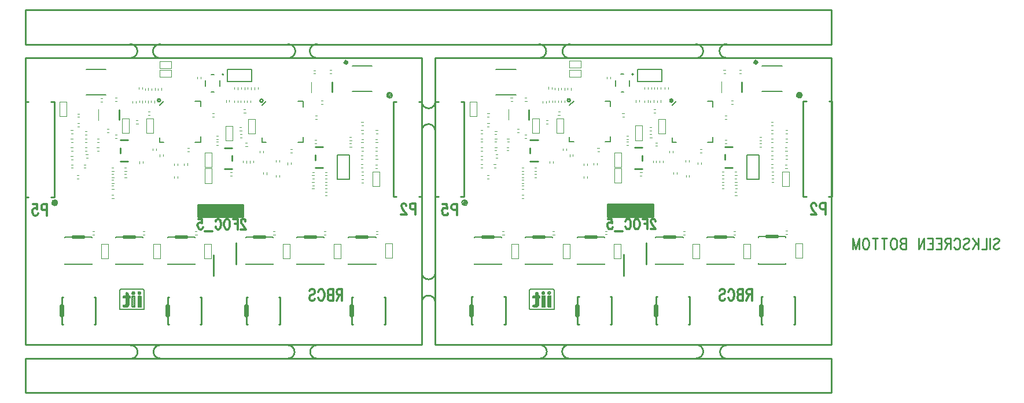
<source format=gbr>
*
%LPD*%
%LN2FOC-SSB*%
%FSLAX24Y24*%
%MOIN*%
%SRX1Y1I0.0J0.0*%
%AD*%
%ADD11C,0.007870*%
%ADD12C,0.004000*%
%ADD13C,0.010000*%
%ADD14C,0.006000*%
%ADD16C,0.019690*%
%ADD17C,0.005910*%
%ADD20C,0.008000*%
%ADD57C,0.011810*%
%ADD68C,0.000600*%
%ADD69C,0.025000*%
%ADD80C,0.011810*%
%ADD125C,0.011810*%
G54D11*
G1X10334Y25953D2*
G1X9193Y25953D1*
G1X9193Y24496D2*
G1X10334Y24496D1*
G1X24527Y24693D2*
G1X25669Y24693D1*
G1X25669Y26150D2*
G1X24527Y26150D1*
G1X16401Y24658D2*
G1X16551Y24658D1*
G1X16559Y25677D2*
G1X16382Y25677D1*
G1X16889Y25331D2*
G1X16889Y25008D1*
G1X16063Y25331D2*
G1X16063Y25008D1*
G1X17109Y25677D2*
G75*
G3X17109Y25677I-42J0D1*
G74*
G1X11193Y13299D2*
G1X11193Y13298D1*
G1X11187Y13298D1*
G1X11187Y13297D1*
G1X11180Y13297D1*
G1X11180Y13295D1*
G1X11175Y13295D1*
G1X11175Y13294D1*
G1X11171Y13294D1*
G1X11171Y13293D1*
G1X11169Y13293D1*
G1X11169Y13291D1*
G1X11165Y13291D1*
G1X11165Y13290D1*
G1X11162Y13290D1*
G1X11162Y13289D1*
G1X11160Y13289D1*
G1X11160Y13288D1*
G1X11157Y13288D1*
G1X11157Y13286D1*
G1X11156Y13286D1*
G1X11156Y13285D1*
G1X11153Y13285D1*
G1X11153Y13284D1*
G1X11151Y13284D1*
G1X11151Y13282D1*
G1X11149Y13282D1*
G1X11149Y13281D1*
G1X11148Y13281D1*
G1X11148Y13280D1*
G1X11145Y13280D1*
G1X11145Y13278D1*
G1X11144Y13278D1*
G1X11144Y13277D1*
G1X11143Y13277D1*
G1X11143Y13276D1*
G1X11141Y13276D1*
G1X11141Y13274D1*
G1X11140Y13274D1*
G1X11140Y13273D1*
G1X11139Y13273D1*
G1X11139Y13272D1*
G1X11138Y13272D1*
G1X11138Y13271D1*
G1X11136Y13271D1*
G1X11136Y13269D1*
G1X11135Y13269D1*
G1X11135Y13268D1*
G1X11134Y13268D1*
G1X11134Y13267D1*
G1X11132Y13267D1*
G1X11132Y13264D1*
G1X11131Y13264D1*
G1X11131Y13263D1*
G1X11130Y13263D1*
G1X11130Y13260D1*
G1X11128Y13260D1*
G1X11128Y13259D1*
G1X11127Y13259D1*
G1X11127Y13256D1*
G1X11126Y13256D1*
G1X11126Y13254D1*
G1X11124Y13254D1*
G1X11124Y13251D1*
G1X11123Y13251D1*
G1X11123Y13248D1*
G1X11122Y13248D1*
G1X11122Y13245D1*
G1X11121Y13245D1*
G1X11121Y13241D1*
G1X11119Y13241D1*
G1X11119Y13235D1*
G1X11118Y13235D1*
G1X11118Y12178D1*
G1X11119Y12178D1*
G1X11119Y12173D1*
G1X11121Y12173D1*
G1X11121Y12169D1*
G1X11122Y12169D1*
G1X11122Y12165D1*
G1X11123Y12165D1*
G1X11123Y12163D1*
G1X11124Y12163D1*
G1X11124Y12160D1*
G1X11126Y12160D1*
G1X11126Y12157D1*
G1X11127Y12157D1*
G1X11127Y12155D1*
G1X11128Y12155D1*
G1X11128Y12153D1*
G1X11130Y12153D1*
G1X11130Y12151D1*
G1X11131Y12151D1*
G1X11131Y12149D1*
G1X11132Y12149D1*
G1X11132Y12147D1*
G1X11134Y12147D1*
G1X11134Y12146D1*
G1X11135Y12146D1*
G1X11135Y12144D1*
G1X11136Y12144D1*
G1X11136Y12143D1*
G1X11138Y12143D1*
G1X11138Y12142D1*
G1X11139Y12142D1*
G1X11139Y12140D1*
G1X11140Y12140D1*
G1X11140Y12139D1*
G1X11141Y12139D1*
G1X11141Y12138D1*
G1X11143Y12138D1*
G1X11143Y12136D1*
G1X11144Y12136D1*
G1X11144Y12135D1*
G1X11145Y12135D1*
G1X11145Y12134D1*
G1X11148Y12134D1*
G1X11148Y12133D1*
G1X11149Y12133D1*
G1X11149Y12131D1*
G1X11151Y12131D1*
G1X11151Y12130D1*
G1X11153Y12130D1*
G1X11153Y12129D1*
G1X11156Y12129D1*
G1X11156Y12127D1*
G1X11157Y12127D1*
G1X11157Y12126D1*
G1X11160Y12126D1*
G1X11160Y12125D1*
G1X11162Y12125D1*
G1X11162Y12123D1*
G1X11165Y12123D1*
G1X11165Y12122D1*
G1X11169Y12122D1*
G1X11169Y12121D1*
G1X11171Y12121D1*
G1X11171Y12120D1*
G1X11177Y12120D1*
G1X11177Y12118D1*
G1X11188Y12118D1*
G1X11188Y12117D1*
G1X12533Y12117D1*
G1X12533Y13234D1*
G1X12532Y13234D1*
G1X12532Y13241D1*
G1X12531Y13241D1*
G1X12531Y13245D1*
G1X12529Y13245D1*
G1X12529Y13248D1*
G1X12528Y13248D1*
G1X12528Y13251D1*
G1X12527Y13251D1*
G1X12527Y13254D1*
G1X12526Y13254D1*
G1X12526Y13256D1*
G1X12524Y13256D1*
G1X12524Y13259D1*
G1X12523Y13259D1*
G1X12523Y13260D1*
G1X12522Y13260D1*
G1X12522Y13263D1*
G1X12520Y13263D1*
G1X12520Y13264D1*
G1X12519Y13264D1*
G1X12519Y13265D1*
G1X12518Y13265D1*
G1X12518Y13268D1*
G1X12516Y13268D1*
G1X12516Y13269D1*
G1X12515Y13269D1*
G1X12515Y13271D1*
G1X12514Y13271D1*
G1X12514Y13272D1*
G1X12513Y13272D1*
G1X12513Y13273D1*
G1X12511Y13273D1*
G1X12511Y13274D1*
G1X12510Y13274D1*
G1X12510Y13276D1*
G1X12509Y13276D1*
G1X12509Y13277D1*
G1X12507Y13277D1*
G1X12507Y13278D1*
G1X12506Y13278D1*
G1X12506Y13280D1*
G1X12503Y13280D1*
G1X12503Y13281D1*
G1X12502Y13281D1*
G1X12502Y13282D1*
G1X12499Y13282D1*
G1X12499Y13284D1*
G1X12498Y13284D1*
G1X12498Y13285D1*
G1X12496Y13285D1*
G1X12496Y13286D1*
G1X12494Y13286D1*
G1X12494Y13288D1*
G1X12492Y13288D1*
G1X12492Y13289D1*
G1X12489Y13289D1*
G1X12489Y13290D1*
G1X12486Y13290D1*
G1X12486Y13291D1*
G1X12483Y13291D1*
G1X12483Y13293D1*
G1X12480Y13293D1*
G1X12480Y13294D1*
G1X12475Y13294D1*
G1X12475Y13295D1*
G1X12471Y13295D1*
G1X12471Y13297D1*
G1X12464Y13297D1*
G1X12464Y13298D1*
G1X12459Y13298D1*
G1X12459Y13299D1*
G1X11193Y13299D1*
G1X13418Y25517D2*
G54D12*
G1X13418Y25917D1*
G1X14088Y25917D1*
G1X14088Y25517D1*
G1X13418Y25517D1*
G1X14081Y26448D2*
G1X14081Y26048D1*
G1X13412Y26048D1*
G1X13412Y26448D1*
G1X14081Y26448D1*
G1X9169Y20480D2*
G1X9057Y20480D1*
G1X9167Y20284D2*
G1X9067Y20284D1*
G1X9228Y21977D2*
G1X9116Y21977D1*
G1X9226Y21780D2*
G1X9126Y21780D1*
G1X9228Y21475D2*
G1X9116Y21475D1*
G1X9226Y21278D2*
G1X9126Y21278D1*
G1X8776Y19851D2*
G1X8663Y19851D1*
G1X8773Y19654D2*
G1X8673Y19654D1*
G1X8795Y22862D2*
G1X8683Y22862D1*
G1X8793Y22666D2*
G1X8693Y22666D1*
G1X8074Y23249D2*
G1X7674Y23249D1*
G1X7674Y24089D1*
G1X8074Y24089D1*
G1X8074Y23249D1*
G1X8421Y20973D2*
G1X8309Y20973D1*
G1X8419Y20776D2*
G1X8319Y20776D1*
G1X8421Y21465D2*
G1X8309Y21465D1*
G1X8419Y21268D2*
G1X8319Y21268D1*
G1X8421Y21977D2*
G1X8309Y21977D1*
G1X8419Y21780D2*
G1X8319Y21780D1*
G1X8421Y22449D2*
G1X8309Y22449D1*
G1X8419Y22252D2*
G1X8319Y22252D1*
G1X8795Y23414D2*
G1X8683Y23414D1*
G1X8793Y23217D2*
G1X8693Y23217D1*
G1X9228Y22410D2*
G1X9116Y22410D1*
G1X9226Y22213D2*
G1X9126Y22213D1*
G1X9288Y21071D2*
G1X9175Y21071D1*
G1X9285Y20874D2*
G1X9185Y20874D1*
G1X8310Y20284D2*
G1X8423Y20284D1*
G1X8313Y20480D2*
G1X8413Y20480D1*
G1X25062Y19447D2*
G1X25175Y19447D1*
G1X25065Y19644D2*
G1X25165Y19644D1*
G1X25031Y20295D2*
G1X25143Y20295D1*
G1X25033Y20492D2*
G1X25134Y20492D1*
G1X25043Y21751D2*
G1X25155Y21751D1*
G1X25045Y21947D2*
G1X25145Y21947D1*
G1X25980Y22459D2*
G1X25868Y22459D1*
G1X25978Y22262D2*
G1X25878Y22262D1*
G1X25686Y20064D2*
G1X26086Y20064D1*
G1X26086Y19224D1*
G1X25686Y19224D1*
G1X25686Y20064D1*
G1X25869Y21751D2*
G1X25982Y21751D1*
G1X25872Y21947D2*
G1X25972Y21947D1*
G1X25850Y21258D2*
G1X25962Y21258D1*
G1X25852Y21455D2*
G1X25952Y21455D1*
G1X25869Y20786D2*
G1X25982Y20786D1*
G1X25872Y20983D2*
G1X25972Y20983D1*
G1X25850Y20276D2*
G1X25962Y20276D1*
G1X25852Y20473D2*
G1X25952Y20473D1*
G1X25173Y20058D2*
G1X25061Y20058D1*
G1X25171Y19861D2*
G1X25071Y19861D1*
G1X25142Y20984D2*
G1X25030Y20984D1*
G1X25139Y20788D2*
G1X25039Y20788D1*
G1X25154Y21455D2*
G1X25041Y21455D1*
G1X25151Y21258D2*
G1X25051Y21258D1*
G1X25154Y22459D2*
G1X25041Y22459D1*
G1X25151Y22262D2*
G1X25051Y22262D1*
G1X9937Y21977D2*
G1X9825Y21977D1*
G1X9935Y21780D2*
G1X9834Y21780D1*
G1X9917Y21475D2*
G1X9805Y21475D1*
G1X9915Y21278D2*
G1X9815Y21278D1*
G1X24373Y21500D2*
G1X24486Y21500D1*
G1X24376Y21697D2*
G1X24476Y21697D1*
G1X24373Y21862D2*
G1X24486Y21862D1*
G1X24376Y22059D2*
G1X24476Y22059D1*
G1X15787Y25425D2*
G1X15787Y25537D1*
G1X15590Y25427D2*
G1X15590Y25528D1*
G1X25154Y22932D2*
G1X25041Y22932D1*
G1X25151Y22735D2*
G1X25051Y22735D1*
G1X12271Y20660D2*
G1X12271Y20548D1*
G1X12468Y20658D2*
G1X12468Y20558D1*
G1X13429Y21054D2*
G1X13429Y20942D1*
G1X13626Y21052D2*
G1X13626Y20951D1*
G1X13232Y21297D2*
G1X13232Y21410D1*
G1X13035Y21300D2*
G1X13035Y21400D1*
G1X14449Y20425D2*
G1X14449Y20537D1*
G1X14252Y20427D2*
G1X14252Y20528D1*
G1X14252Y19808D2*
G1X14252Y19695D1*
G1X14449Y19805D2*
G1X14449Y19705D1*
G1X19193Y21264D2*
G1X19193Y21152D1*
G1X19389Y21262D2*
G1X19389Y21162D1*
G1X18369Y21543D2*
G1X18482Y21543D1*
G1X18372Y21740D2*
G1X18472Y21740D1*
G1X15019Y20445D2*
G1X15019Y20557D1*
G1X14823Y20447D2*
G1X14823Y20547D1*
G1X20323Y20622D2*
G1X20323Y20734D1*
G1X20126Y20624D2*
G1X20126Y20725D1*
G1X19606Y19913D2*
G1X19606Y20025D1*
G1X19409Y19916D2*
G1X19409Y20016D1*
G1X20799Y20591D2*
G1X20799Y20479D1*
G1X20996Y20589D2*
G1X20996Y20488D1*
G1X20130Y19875D2*
G1X20130Y19762D1*
G1X20326Y19872D2*
G1X20326Y19772D1*
G1X12759Y23335D2*
G1X12871Y23335D1*
G1X12762Y23532D2*
G1X12862Y23532D1*
G1X18271Y23473D2*
G1X18383Y23473D1*
G1X18273Y23669D2*
G1X18374Y23669D1*
G1X10508Y22528D2*
G1X10396Y22528D1*
G1X10506Y22331D2*
G1X10405Y22331D1*
G1X16571Y23420D2*
G1X16459Y23420D1*
G1X16569Y23223D2*
G1X16468Y23223D1*
G1X15134Y21425D2*
G1X15022Y21425D1*
G1X15132Y21229D2*
G1X15031Y21229D1*
G1X21059Y21366D2*
G1X20947Y21366D1*
G1X21057Y21169D2*
G1X20956Y21169D1*
G1X22494Y23293D2*
G1X22382Y23293D1*
G1X22491Y23097D2*
G1X22391Y23097D1*
G1X17621Y21871D2*
G1X17221Y21871D1*
G1X17221Y22711D1*
G1X17621Y22711D1*
G1X17621Y21871D1*
G1X18940Y22265D2*
G1X18540Y22265D1*
G1X18540Y23105D1*
G1X18940Y23105D1*
G1X18940Y22265D1*
G1X10850Y24126D2*
G1X10962Y24126D1*
G1X10852Y24323D2*
G1X10952Y24323D1*
G1X10134Y24311D2*
G1X10022Y24311D1*
G1X10132Y24114D2*
G1X10031Y24114D1*
G1X23210Y25734D2*
G1X23322Y25734D1*
G1X23212Y25931D2*
G1X23312Y25931D1*
G1X22398Y25914D2*
G1X22286Y25914D1*
G1X22395Y25717D2*
G1X22295Y25717D1*
G1X18054Y22036D2*
G1X18167Y22036D1*
G1X18057Y22232D2*
G1X18157Y22232D1*
G1X18035Y22429D2*
G1X18147Y22429D1*
G1X18037Y22626D2*
G1X18138Y22626D1*
G1X9550Y16427D2*
G1X9663Y16427D1*
G1X9553Y16624D2*
G1X9653Y16624D1*
G1X12450Y16437D2*
G1X12563Y16437D1*
G1X12453Y16634D2*
G1X12553Y16634D1*
G1X15472Y16445D2*
G1X15584Y16445D1*
G1X15474Y16642D2*
G1X15575Y16642D1*
G1X10075Y15897D2*
G1X10475Y15897D1*
G1X10475Y15057D1*
G1X10075Y15057D1*
G1X10075Y15897D1*
G1X13048Y15897D2*
G1X13448Y15897D1*
G1X13448Y15057D1*
G1X13048Y15057D1*
G1X13048Y15897D1*
G1X15977Y15904D2*
G1X16377Y15904D1*
G1X16377Y15064D1*
G1X15977Y15064D1*
G1X15977Y15904D1*
G1X10961Y22184D2*
G1X10849Y22184D1*
G1X10958Y21987D2*
G1X10858Y21987D1*
G1X10673Y19073D2*
G1X10785Y19073D1*
G1X10675Y19270D2*
G1X10775Y19270D1*
G1X11401Y20106D2*
G1X11513Y20106D1*
G1X11403Y20303D2*
G1X11504Y20303D1*
G1X10673Y19388D2*
G1X10785Y19388D1*
G1X10675Y19585D2*
G1X10775Y19585D1*
G1X10673Y20106D2*
G1X10785Y20106D1*
G1X10675Y20303D2*
G1X10775Y20303D1*
G1X10673Y19732D2*
G1X10785Y19732D1*
G1X10675Y19929D2*
G1X10775Y19929D1*
G1X10673Y18522D2*
G1X10785Y18522D1*
G1X10675Y18719D2*
G1X10775Y18719D1*
G1X11401Y19732D2*
G1X11513Y19732D1*
G1X11403Y19929D2*
G1X11504Y19929D1*
G1X22956Y19851D2*
G1X23068Y19851D1*
G1X22958Y20047D2*
G1X23059Y20047D1*
G1X13149Y24775D2*
G1X13149Y24888D1*
G1X12952Y24778D2*
G1X12952Y24878D1*
G1X13130Y24047D2*
G1X13130Y24159D1*
G1X12933Y24049D2*
G1X12933Y24150D1*
G1X18287Y24067D2*
G1X18287Y24179D1*
G1X18090Y24069D2*
G1X18090Y24169D1*
G1X18326Y24815D2*
G1X18326Y24927D1*
G1X18130Y24817D2*
G1X18130Y24917D1*
G1X12224Y24945D2*
G1X12224Y24833D1*
G1X12421Y24943D2*
G1X12421Y24843D1*
G1X12775Y24775D2*
G1X12775Y24888D1*
G1X12578Y24778D2*
G1X12578Y24878D1*
G1X11870Y24138D2*
G1X11870Y24026D1*
G1X12067Y24136D2*
G1X12067Y24036D1*
G1X12775Y24047D2*
G1X12775Y24159D1*
G1X12578Y24049D2*
G1X12578Y24150D1*
G1X17244Y24188D2*
G1X17244Y24076D1*
G1X17441Y24186D2*
G1X17441Y24085D1*
G1X18661Y24067D2*
G1X18661Y24179D1*
G1X18464Y24069D2*
G1X18464Y24169D1*
G1X18897Y24926D2*
G1X18897Y24814D1*
G1X19094Y24923D2*
G1X19094Y24823D1*
G1X17933Y24815D2*
G1X17933Y24927D1*
G1X17736Y24817D2*
G1X17736Y24917D1*
G1X13523Y24775D2*
G1X13523Y24888D1*
G1X13326Y24778D2*
G1X13326Y24878D1*
G1X12441Y24047D2*
G1X12441Y24159D1*
G1X12244Y24049D2*
G1X12244Y24150D1*
G1X17933Y24067D2*
G1X17933Y24179D1*
G1X17736Y24069D2*
G1X17736Y24169D1*
G1X18681Y24815D2*
G1X18681Y24927D1*
G1X18484Y24817D2*
G1X18484Y24917D1*
G1X25881Y16449D2*
G1X25993Y16449D1*
G1X25884Y16646D2*
G1X25984Y16646D1*
G1X20524Y15895D2*
G1X20924Y15895D1*
G1X20924Y15055D1*
G1X20524Y15055D1*
G1X20524Y15895D1*
G1X23453Y15895D2*
G1X23853Y15895D1*
G1X23853Y15055D1*
G1X23453Y15055D1*
G1X23453Y15895D1*
G1X26430Y15930D2*
G1X26830Y15930D1*
G1X26830Y15090D1*
G1X26430Y15090D1*
G1X26430Y15930D1*
G1X19972Y16441D2*
G1X20084Y16441D1*
G1X19974Y16638D2*
G1X20075Y16638D1*
G1X23067Y19299D2*
G1X22955Y19299D1*
G1X23065Y19103D2*
G1X22964Y19103D1*
G1X22476Y21898D2*
G1X22364Y21898D1*
G1X22474Y21701D2*
G1X22374Y21701D1*
G1X22208Y19477D2*
G1X22320Y19477D1*
G1X22210Y19673D2*
G1X22311Y19673D1*
G1X22956Y18709D2*
G1X23068Y18709D1*
G1X22958Y18906D2*
G1X23059Y18906D1*
G1X22208Y19083D2*
G1X22320Y19083D1*
G1X22210Y19280D2*
G1X22311Y19280D1*
G1X22956Y19477D2*
G1X23068Y19477D1*
G1X22958Y19673D2*
G1X23059Y19673D1*
G1X22208Y19851D2*
G1X22320Y19851D1*
G1X22210Y20047D2*
G1X22311Y20047D1*
G1X22843Y24169D2*
G1X22730Y24169D1*
G1X22840Y23973D2*
G1X22740Y23973D1*
G1X16807Y21799D2*
G1X16695Y21799D1*
G1X16805Y21603D2*
G1X16704Y21603D1*
G1X17595Y20028D2*
G1X17482Y20028D1*
G1X17592Y19831D2*
G1X17492Y19831D1*
G1X18622Y20693D2*
G1X18622Y20581D1*
G1X18819Y20691D2*
G1X18819Y20591D1*
G1X18425Y20582D2*
G1X18425Y20695D1*
G1X18228Y20585D2*
G1X18228Y20685D1*
G1X16420Y20316D2*
G1X16020Y20316D1*
G1X16020Y21156D1*
G1X16420Y21156D1*
G1X16420Y20316D1*
G1X16696Y21937D2*
G1X16808Y21937D1*
G1X16699Y22134D2*
G1X16799Y22134D1*
G1X16420Y19411D2*
G1X16020Y19411D1*
G1X16020Y20251D1*
G1X16420Y20251D1*
G1X16420Y19411D1*
G1X22881Y16433D2*
G1X22993Y16433D1*
G1X22884Y16630D2*
G1X22984Y16630D1*
G1X12070Y22843D2*
G1X12182Y22843D1*
G1X12073Y23040D2*
G1X12173Y23040D1*
G1X13074Y22285D2*
G1X12674Y22285D1*
G1X12674Y23125D1*
G1X13074Y23125D1*
G1X13074Y22285D1*
G1X11676Y22285D2*
G1X11276Y22285D1*
G1X11276Y23125D1*
G1X11676Y23125D1*
G1X11676Y22285D1*
G1X11472Y13114D2*
G1X11472Y12901D1*
G1X11303Y12901D1*
G1X11303Y12801D1*
G1X11472Y12801D1*
G1X11472Y12457D1*
G1X11471Y12457D1*
G1X11471Y12442D1*
G1X11470Y12442D1*
G1X11470Y12433D1*
G1X11468Y12433D1*
G1X11468Y12428D1*
G1X11467Y12428D1*
G1X11467Y12423D1*
G1X11466Y12423D1*
G1X11466Y12418D1*
G1X11464Y12418D1*
G1X11464Y12414D1*
G1X11463Y12414D1*
G1X11463Y12411D1*
G1X11462Y12411D1*
G1X11462Y12409D1*
G1X11460Y12409D1*
G1X11460Y12406D1*
G1X11459Y12406D1*
G1X11459Y12403D1*
G1X11458Y12403D1*
G1X11458Y12401D1*
G1X11457Y12401D1*
G1X11457Y12399D1*
G1X11455Y12399D1*
G1X11455Y12397D1*
G1X11454Y12397D1*
G1X11454Y12396D1*
G1X11453Y12396D1*
G1X11453Y12394D1*
G1X11451Y12394D1*
G1X11451Y12393D1*
G1X11450Y12393D1*
G1X11450Y12392D1*
G1X11449Y12392D1*
G1X11449Y12390D1*
G1X11447Y12390D1*
G1X11447Y12389D1*
G1X11446Y12389D1*
G1X11446Y12388D1*
G1X11444Y12388D1*
G1X11444Y12386D1*
G1X11442Y12386D1*
G1X11442Y12385D1*
G1X11440Y12385D1*
G1X11440Y12384D1*
G1X11437Y12384D1*
G1X11437Y12383D1*
G1X11434Y12383D1*
G1X11434Y12381D1*
G1X11432Y12381D1*
G1X11432Y12380D1*
G1X11428Y12380D1*
G1X11428Y12379D1*
G1X11423Y12379D1*
G1X11423Y12377D1*
G1X11417Y12377D1*
G1X11417Y12376D1*
G1X11408Y12376D1*
G1X11408Y12375D1*
G1X11369Y12375D1*
G1X11369Y12376D1*
G1X11358Y12376D1*
G1X11358Y12377D1*
G1X11348Y12377D1*
G1X11348Y12379D1*
G1X11342Y12379D1*
G1X11342Y12380D1*
G1X11335Y12380D1*
G1X11335Y12381D1*
G1X11329Y12381D1*
G1X11329Y12383D1*
G1X11324Y12383D1*
G1X11324Y12384D1*
G1X11319Y12384D1*
G1X11319Y12385D1*
G1X11315Y12385D1*
G1X11315Y12386D1*
G1X11309Y12386D1*
G1X11309Y12388D1*
G1X11308Y12388D1*
G1X11308Y12285D1*
G1X11311Y12285D1*
G1X11311Y12284D1*
G1X11313Y12284D1*
G1X11313Y12282D1*
G1X11317Y12282D1*
G1X11317Y12281D1*
G1X11321Y12281D1*
G1X11321Y12280D1*
G1X11325Y12280D1*
G1X11325Y12278D1*
G1X11329Y12278D1*
G1X11329Y12277D1*
G1X11334Y12277D1*
G1X11334Y12276D1*
G1X11339Y12276D1*
G1X11339Y12274D1*
G1X11345Y12274D1*
G1X11345Y12273D1*
G1X11351Y12273D1*
G1X11351Y12272D1*
G1X11358Y12272D1*
G1X11358Y12271D1*
G1X11364Y12271D1*
G1X11364Y12269D1*
G1X11372Y12269D1*
G1X11372Y12268D1*
G1X11382Y12268D1*
G1X11382Y12267D1*
G1X11393Y12267D1*
G1X11393Y12265D1*
G1X11406Y12265D1*
G1X11406Y12264D1*
G1X11424Y12264D1*
G1X11424Y12263D1*
G1X11484Y12263D1*
G1X11484Y12264D1*
G1X11496Y12264D1*
G1X11496Y12265D1*
G1X11503Y12265D1*
G1X11503Y12267D1*
G1X11510Y12267D1*
G1X11510Y12268D1*
G1X11515Y12268D1*
G1X11515Y12269D1*
G1X11520Y12269D1*
G1X11520Y12271D1*
G1X11524Y12271D1*
G1X11524Y12272D1*
G1X11528Y12272D1*
G1X11528Y12273D1*
G1X11532Y12273D1*
G1X11532Y12274D1*
G1X11536Y12274D1*
G1X11536Y12276D1*
G1X11539Y12276D1*
G1X11539Y12277D1*
G1X11542Y12277D1*
G1X11542Y12278D1*
G1X11545Y12278D1*
G1X11545Y12280D1*
G1X11548Y12280D1*
G1X11548Y12281D1*
G1X11550Y12281D1*
G1X11550Y12282D1*
G1X11553Y12282D1*
G1X11553Y12284D1*
G1X11555Y12284D1*
G1X11555Y12285D1*
G1X11558Y12285D1*
G1X11558Y12286D1*
G1X11561Y12286D1*
G1X11561Y12288D1*
G1X11562Y12288D1*
G1X11562Y12289D1*
G1X11565Y12289D1*
G1X11565Y12290D1*
G1X11566Y12290D1*
G1X11566Y12291D1*
G1X11569Y12291D1*
G1X11569Y12293D1*
G1X11570Y12293D1*
G1X11570Y12294D1*
G1X11572Y12294D1*
G1X11572Y12295D1*
G1X11574Y12295D1*
G1X11574Y12297D1*
G1X11576Y12297D1*
G1X11576Y12298D1*
G1X11578Y12298D1*
G1X11578Y12299D1*
G1X11579Y12299D1*
G1X11579Y12301D1*
G1X11580Y12301D1*
G1X11580Y12302D1*
G1X11583Y12302D1*
G1X11583Y12303D1*
G1X11584Y12303D1*
G1X11584Y12304D1*
G1X11585Y12304D1*
G1X11585Y12306D1*
G1X11587Y12306D1*
G1X11587Y12307D1*
G1X11588Y12307D1*
G1X11588Y12308D1*
G1X11589Y12308D1*
G1X11589Y12310D1*
G1X11591Y12310D1*
G1X11591Y12311D1*
G1X11592Y12311D1*
G1X11592Y12312D1*
G1X11593Y12312D1*
G1X11593Y12314D1*
G1X11595Y12314D1*
G1X11595Y12315D1*
G1X11596Y12315D1*
G1X11596Y12316D1*
G1X11597Y12316D1*
G1X11597Y12317D1*
G1X11598Y12317D1*
G1X11598Y12319D1*
G1X11600Y12319D1*
G1X11600Y12320D1*
G1X11601Y12320D1*
G1X11601Y12321D1*
G1X11602Y12321D1*
G1X11602Y12323D1*
G1X11604Y12323D1*
G1X11604Y12324D1*
G1X11605Y12324D1*
G1X11605Y12327D1*
G1X11606Y12327D1*
G1X11606Y12328D1*
G1X11608Y12328D1*
G1X11608Y12329D1*
G1X11609Y12329D1*
G1X11609Y12332D1*
G1X11610Y12332D1*
G1X11610Y12333D1*
G1X11611Y12333D1*
G1X11611Y12334D1*
G1X11613Y12334D1*
G1X11613Y12337D1*
G1X11614Y12337D1*
G1X11614Y12338D1*
G1X11615Y12338D1*
G1X11615Y12341D1*
G1X11617Y12341D1*
G1X11617Y12342D1*
G1X11618Y12342D1*
G1X11618Y12345D1*
G1X11619Y12345D1*
G1X11619Y12347D1*
G1X11621Y12347D1*
G1X11621Y12349D1*
G1X11622Y12349D1*
G1X11622Y12351D1*
G1X11623Y12351D1*
G1X11623Y12354D1*
G1X11624Y12354D1*
G1X11624Y12357D1*
G1X11626Y12357D1*
G1X11626Y12359D1*
G1X11627Y12359D1*
G1X11627Y12362D1*
G1X11628Y12362D1*
G1X11628Y12364D1*
G1X11630Y12364D1*
G1X11630Y12368D1*
G1X11631Y12368D1*
G1X11631Y12371D1*
G1X11632Y12371D1*
G1X11632Y12373D1*
G1X11634Y12373D1*
G1X11634Y12377D1*
G1X11635Y12377D1*
G1X11635Y12381D1*
G1X11636Y12381D1*
G1X11636Y12385D1*
G1X11638Y12385D1*
G1X11638Y12389D1*
G1X11639Y12389D1*
G1X11639Y12393D1*
G1X11640Y12393D1*
G1X11640Y12398D1*
G1X11641Y12398D1*
G1X11641Y12403D1*
G1X11643Y12403D1*
G1X11643Y12409D1*
G1X11644Y12409D1*
G1X11644Y12415D1*
G1X11645Y12415D1*
G1X11645Y12422D1*
G1X11647Y12422D1*
G1X11647Y12429D1*
G1X11648Y12429D1*
G1X11648Y12440D1*
G1X11649Y12440D1*
G1X11649Y12454D1*
G1X11651Y12454D1*
G1X11651Y12802D1*
G1X11727Y12802D1*
G1X11727Y12896D1*
G1X11710Y12896D1*
G1X11710Y12897D1*
G1X11687Y12897D1*
G1X11687Y12898D1*
G1X11662Y12898D1*
G1X11662Y12899D1*
G1X11644Y12899D1*
G1X11644Y12902D1*
G1X11643Y12902D1*
G1X11643Y12907D1*
G1X11641Y12907D1*
G1X11641Y12913D1*
G1X11640Y12913D1*
G1X11640Y12916D1*
G1X11639Y12916D1*
G1X11639Y12922D1*
G1X11638Y12922D1*
G1X11638Y12926D1*
G1X11636Y12926D1*
G1X11636Y12931D1*
G1X11635Y12931D1*
G1X11635Y12936D1*
G1X11634Y12936D1*
G1X11634Y12940D1*
G1X11632Y12940D1*
G1X11632Y12945D1*
G1X11631Y12945D1*
G1X11631Y12949D1*
G1X11630Y12949D1*
G1X11630Y12954D1*
G1X11628Y12954D1*
G1X11628Y12959D1*
G1X11627Y12959D1*
G1X11627Y12963D1*
G1X11626Y12963D1*
G1X11626Y12968D1*
G1X11624Y12968D1*
G1X11624Y12972D1*
G1X11623Y12972D1*
G1X11623Y12978D1*
G1X11622Y12978D1*
G1X11622Y12983D1*
G1X11621Y12983D1*
G1X11621Y12987D1*
G1X11619Y12987D1*
G1X11619Y12992D1*
G1X11618Y12992D1*
G1X11618Y12996D1*
G1X11617Y12996D1*
G1X11617Y13001D1*
G1X11615Y13001D1*
G1X11615Y13006D1*
G1X11614Y13006D1*
G1X11614Y13010D1*
G1X11613Y13010D1*
G1X11613Y13015D1*
G1X11611Y13015D1*
G1X11611Y13019D1*
G1X11610Y13019D1*
G1X11610Y13024D1*
G1X11609Y13024D1*
G1X11609Y13030D1*
G1X11608Y13030D1*
G1X11608Y13034D1*
G1X11606Y13034D1*
G1X11606Y13039D1*
G1X11605Y13039D1*
G1X11605Y13043D1*
G1X11604Y13043D1*
G1X11604Y13048D1*
G1X11602Y13048D1*
G1X11602Y13053D1*
G1X11601Y13053D1*
G1X11601Y13057D1*
G1X11600Y13057D1*
G1X11600Y13062D1*
G1X11598Y13062D1*
G1X11598Y13066D1*
G1X11597Y13066D1*
G1X11597Y13071D1*
G1X11596Y13071D1*
G1X11596Y13077D1*
G1X11595Y13077D1*
G1X11595Y13080D1*
G1X11593Y13080D1*
G1X11593Y13086D1*
G1X11592Y13086D1*
G1X11592Y13091D1*
G1X11591Y13091D1*
G1X11591Y13095D1*
G1X11589Y13095D1*
G1X11589Y13100D1*
G1X11588Y13100D1*
G1X11588Y13104D1*
G1X11587Y13104D1*
G1X11587Y13109D1*
G1X11585Y13109D1*
G1X11585Y13114D1*
G1X11472Y13114D1*
G1X12165Y12914D2*
G1X12165Y12268D1*
G1X12345Y12268D1*
G1X12345Y12914D1*
G1X12165Y12914D1*
G1X11825Y12914D2*
G1X11825Y12268D1*
G1X12005Y12268D1*
G1X12005Y12914D1*
G1X11825Y12914D1*
G1X11082Y23634D2*
G54D13*
G1X11082Y23075D1*
G1X23354Y25225D2*
G1X23354Y24666D1*
G1X11158Y21888D2*
G1X11598Y21888D1*
G1X11158Y21428D2*
G1X11158Y21128D1*
G1X11158Y20668D2*
G1X11598Y20668D1*
G1X22378Y21504D2*
G1X22818Y21504D1*
G1X22378Y21044D2*
G1X22378Y20744D1*
G1X22378Y20284D2*
G1X22818Y20284D1*
G1X13469Y24181D2*
G75*
G3X13469Y24181I-84J0D1*
G74*
G1X19375Y24162D2*
G75*
G3X19375Y24162I-84J0D1*
G74*
G1X17832Y15951D2*
G1X17832Y14730D1*
G1X16533Y14061D2*
G1X16533Y15282D1*
G1X17602Y20225D2*
G1X17162Y20225D1*
G1X17602Y20685D2*
G1X17602Y20985D1*
G1X17602Y21445D2*
G1X17162Y21445D1*
G1X27075Y24113D2*
G1X26886Y24113D1*
G1X26886Y18632D1*
G1X27067Y18632D1*
G1X28358Y18621D2*
G1X28539Y18621D1*
G1X28539Y24113D1*
G1X28362Y24113D1*
G1X7157Y18610D2*
G1X7346Y18610D1*
G1X7346Y24091D1*
G1X7165Y24091D1*
G1X5874Y24103D2*
G1X5693Y24103D1*
G1X5693Y18610D1*
G1X5870Y18610D1*
G1X13962Y11265D2*
G1X13892Y11265D1*
G1X13892Y12845D1*
G1X13962Y12845D1*
G1X15762Y12845D2*
G1X15832Y12845D1*
G1X15832Y11265D1*
G1X15762Y11265D1*
G1X18489Y11265D2*
G1X18419Y11265D1*
G1X18419Y12845D1*
G1X18489Y12845D1*
G1X20289Y12845D2*
G1X20359Y12845D1*
G1X20359Y11265D1*
G1X20289Y11265D1*
G1X24552Y11265D2*
G1X24482Y11265D1*
G1X24482Y12845D1*
G1X24552Y12845D1*
G1X26352Y12845D2*
G1X26422Y12845D1*
G1X26422Y11265D1*
G1X26352Y11265D1*
G1X7860Y11265D2*
G1X7790Y11265D1*
G1X7790Y12845D1*
G1X7860Y12845D1*
G1X9660Y12845D2*
G1X9730Y12845D1*
G1X9730Y11265D1*
G1X9660Y11265D1*
G1X5689Y10087D2*
G1X28523Y10087D1*
G1X28523Y26622D1*
G1X5689Y26622D1*
G1X5689Y10087D1*
G1X11729Y26620D2*
G75*
G3X11730Y27420I17J400D1*
G74*
G1X13453Y27415D2*
G75*
G3X13452Y26615I-17J-400D1*
G74*
G1X20824Y26616D2*
G75*
G3X20825Y27416I17J400D1*
G74*
G1X22490Y27422D2*
G75*
G3X22489Y26622I-17J-400D1*
G74*
G1X11751Y9287D2*
G75*
G3X11752Y10064I16J388D1*
G74*
G1X13473Y10075D2*
G75*
G3X13472Y9296I-16J-390D1*
G74*
G1X20797Y9292D2*
G75*
G3X20797Y10068I15J388D1*
G74*
G1X22505Y10071D2*
G75*
G3X22504Y9292I-16J-390D1*
G74*
G1X29305Y12527D2*
G75*
G3X28529Y12528I-388J16D1*
G74*
G1X28530Y14263D2*
G75*
G3X29309Y14262I390J-16D1*
G74*
G1X5682Y29383D2*
G1X52139Y29383D1*
G1X52139Y27415D1*
G1X5682Y27415D1*
G1X5682Y29383D1*
G1X29304Y10092D2*
G1X52139Y10092D1*
G1X52139Y26627D1*
G1X29304Y26627D1*
G1X29304Y10092D1*
G1X5682Y9304D2*
G1X52139Y9304D1*
G1X52139Y7336D1*
G1X5682Y7336D1*
G1X5682Y9304D1*
G1X29304Y22409D2*
G75*
G3X28528Y22410I-388J16D1*
G74*
G1X28530Y24125D2*
G75*
G3X29309Y24124I390J-16D1*
G74*
G1X37050Y27414D2*
G75*
G3X37049Y26614I-17J-400D1*
G74*
G1X35278Y26617D2*
G75*
G3X35279Y27417I17J400D1*
G74*
G1X44328Y26617D2*
G75*
G3X44329Y27417I17J400D1*
G74*
G1X46098Y27426D2*
G75*
G3X46097Y26626I-17J-400D1*
G74*
G1X46114Y10066D2*
G75*
G3X46114Y9287I-16J-390D1*
G74*
G1X44341Y9311D2*
G75*
G3X44341Y10087I16J388D1*
G74*
G1X37019Y10085D2*
G75*
G3X37018Y9306I-16J-390D1*
G74*
G1X35329Y9303D2*
G75*
G3X35330Y10080I16J388D1*
G74*
G1X18731Y25949D2*
G54D14*
G1X18731Y25249D1*
G1X17331Y25249D1*
G1X17331Y25949D1*
G1X18731Y25949D1*
G1X24346Y19623D2*
G1X23646Y19623D1*
G1X23646Y21023D1*
G1X24346Y21023D1*
G1X24346Y19623D1*
G1X11483Y12889D2*
G1X11313Y12889D1*
G1X11313Y12809D1*
G1X11483Y12809D1*
G1X11483Y12427D1*
G1X11413Y12357D1*
G1X11323Y12373D1*
G1X11323Y12295D1*
G1X11474Y12270D1*
G75*
G3X11643Y12441I-23J192D1*
G74*
G1X11643Y12809D1*
G1X11713Y12809D1*
G1X11713Y12889D1*
G1X11641Y12889D1*
G1X11571Y13109D1*
G1X11483Y13109D1*
G1X11483Y12889D1*
G1X11483Y12650D2*
G1X11713Y12880D1*
G1X11483Y12727D2*
G1X11645Y12889D1*
G1X11483Y12574D2*
G1X11643Y12734D1*
G1X11483Y12497D2*
G1X11643Y12657D1*
G1X11351Y12290D2*
G1X11643Y12581D1*
G1X11417Y12279D2*
G1X11643Y12505D1*
G1X11486Y12271D2*
G1X11641Y12426D1*
G1X11483Y12803D2*
G1X11623Y12944D1*
G1X11413Y12809D2*
G1X11605Y13002D1*
G1X11483Y12956D2*
G1X11587Y13060D1*
G1X11483Y13032D2*
G1X11560Y13109D1*
G1X11483Y13108D2*
G1X11484Y13109D1*
G1X11336Y12809D2*
G1X11416Y12889D1*
G1X11323Y12337D2*
G1X11353Y12368D1*
G1X11313Y12862D2*
G1X11340Y12889D1*
G1X24209Y26366D2*
G75*
G54D16*
G3X24209Y26366I-56J0D1*
G74*
G1X8425Y16303D2*
G1X9055Y16303D1*
G1X11354Y16303D2*
G1X11984Y16303D1*
G1X14354Y16303D2*
G1X14984Y16303D1*
G1X18866Y16303D2*
G1X19496Y16303D1*
G1X21807Y16303D2*
G1X22437Y16303D1*
G1X24775Y16315D2*
G1X25405Y16315D1*
G1X13661Y24142D2*
G54D17*
G1X13425Y23906D1*
G1X13425Y22046D2*
G1X13425Y21780D1*
G1X13661Y21780D1*
G1X15472Y21780D2*
G1X15787Y21780D1*
G1X15787Y22095D1*
G1X15472Y24142D2*
G1X15787Y24142D1*
G1X15787Y23827D1*
G1X19567Y24122D2*
G1X19330Y23886D1*
G1X19330Y22026D2*
G1X19330Y21760D1*
G1X19567Y21760D1*
G1X21378Y21760D2*
G1X21693Y21760D1*
G1X21693Y22075D1*
G1X21378Y24122D2*
G1X21693Y24122D1*
G1X21693Y23807D1*
G1X7952Y16264D2*
G1X7952Y16303D1*
G1X9527Y16303D1*
G1X9527Y16264D1*
G1X7952Y14768D2*
G1X7952Y14729D1*
G1X9527Y14729D1*
G1X9527Y14768D1*
G1X10881Y16264D2*
G1X10881Y16303D1*
G1X12456Y16303D1*
G1X12456Y16264D1*
G1X10881Y14768D2*
G1X10881Y14729D1*
G1X12456Y14729D1*
G1X12456Y14768D1*
G1X13881Y16264D2*
G1X13881Y16303D1*
G1X15456Y16303D1*
G1X15456Y16264D1*
G1X13881Y14768D2*
G1X13881Y14729D1*
G1X15456Y14729D1*
G1X15456Y14768D1*
G1X18393Y16264D2*
G1X18393Y16303D1*
G1X19968Y16303D1*
G1X19968Y16264D1*
G1X18393Y14768D2*
G1X18393Y14729D1*
G1X19968Y14729D1*
G1X19968Y14768D1*
G1X21334Y16264D2*
G1X21334Y16303D1*
G1X22909Y16303D1*
G1X22909Y16264D1*
G1X21334Y14768D2*
G1X21334Y14729D1*
G1X22909Y14729D1*
G1X22909Y14768D1*
G1X24303Y16276D2*
G1X24303Y16315D1*
G1X25878Y16315D1*
G1X25878Y16276D1*
G1X24303Y14780D2*
G1X24303Y14740D1*
G1X25878Y14740D1*
G1X25878Y14780D1*
G1X26836Y24477D2*
G75*
G54D20*
G3X26836Y24477I-163J0D1*
G74*
G1X7544Y18276D2*
G75*
G3X7544Y18276I-163J0D1*
G74*
G1X12333Y13069D2*
G75*
G3X12333Y13069I-80J0D1*
G74*
G1X11993Y13069D2*
G75*
G3X11993Y13069I-80J0D1*
G74*
G1X26836Y24477D2*
G75*
G3X26836Y24477I-163J0D1*
G74*
G1X7544Y18276D2*
G75*
G3X7544Y18276I-163J0D1*
G74*
G1X12333Y13069D2*
G75*
G3X12333Y13069I-80J0D1*
G74*
G1X11993Y13069D2*
G75*
G3X11993Y13069I-80J0D1*
G74*
G1X12183Y12889D2*
G1X12323Y12889D1*
G1X12323Y12289D1*
G1X12183Y12289D1*
G1X12183Y12889D1*
G1X11843Y12889D2*
G1X11983Y12889D1*
G1X11983Y12289D1*
G1X11843Y12289D1*
G1X11843Y12889D1*
G1X26636Y24318D2*
G1X26831Y24513D1*
G1X26758Y24338D2*
G1X26812Y24391D1*
G1X26568Y24352D2*
G1X26798Y24581D1*
G1X26525Y24410D2*
G1X26740Y24625D1*
G1X26512Y24499D2*
G1X26651Y24638D1*
G1X7345Y18117D2*
G1X7540Y18312D1*
G1X7467Y18137D2*
G1X7520Y18191D1*
G1X7277Y18151D2*
G1X7506Y18380D1*
G1X7233Y18209D2*
G1X7448Y18424D1*
G1X7220Y18298D2*
G1X7359Y18437D1*
G1X12233Y12992D2*
G1X12330Y13088D1*
G1X12179Y13039D2*
G1X12283Y13143D1*
G1X11893Y12992D2*
G1X11990Y13088D1*
G1X11839Y13039D2*
G1X11943Y13143D1*
G1X12183Y12658D2*
G1X12323Y12798D1*
G1X12183Y12556D2*
G1X12323Y12696D1*
G1X12183Y12454D2*
G1X12323Y12594D1*
G1X12183Y12353D2*
G1X12323Y12493D1*
G1X12221Y12289D2*
G1X12323Y12391D1*
G1X12183Y12760D2*
G1X12312Y12889D1*
G1X12183Y12862D2*
G1X12210Y12889D1*
G1X11843Y12658D2*
G1X11983Y12798D1*
G1X11843Y12556D2*
G1X11983Y12696D1*
G1X11843Y12454D2*
G1X11983Y12594D1*
G1X11843Y12353D2*
G1X11983Y12493D1*
G1X11881Y12289D2*
G1X11983Y12391D1*
G1X11843Y12760D2*
G1X11972Y12889D1*
G1X11843Y12862D2*
G1X11870Y12889D1*
G1X28165Y18245D2*
G54D57*
G1X28165Y17599D1*
G1X28165Y18245D2*
G1X27964Y18245D1*
G1X27897Y18214D1*
G1X27874Y18183D1*
G1X27852Y18121D1*
G1X27852Y18029D1*
G1X27874Y17968D1*
G1X27897Y17937D1*
G1X27964Y17906D1*
G1X28165Y17906D1*
G1X27628Y18091D2*
G1X27628Y18121D1*
G1X27606Y18183D1*
G1X27583Y18214D1*
G1X27539Y18245D1*
G1X27449Y18245D1*
G1X27405Y18214D1*
G1X27382Y18183D1*
G1X27360Y18121D1*
G1X27360Y18060D1*
G1X27382Y17998D1*
G1X27427Y17906D1*
G1X27651Y17599D1*
G1X27337Y17599D1*
G1X15647Y18147D2*
G1X15647Y17457D1*
G1X18228Y17457D1*
G1X18228Y18147D1*
G1X15647Y18147D1*
G1X17627Y17457D2*
G1X18228Y18058D1*
G1X17778Y17457D2*
G1X18228Y17908D1*
G1X17928Y17457D2*
G1X18228Y17758D1*
G1X18078Y17457D2*
G1X18228Y17607D1*
G1X17477Y17457D2*
G1X18166Y18147D1*
G1X17327Y17457D2*
G1X18016Y18147D1*
G1X17176Y17457D2*
G1X17866Y18147D1*
G1X17026Y17457D2*
G1X17715Y18147D1*
G1X16876Y17457D2*
G1X17565Y18147D1*
G1X16725Y17457D2*
G1X17415Y18147D1*
G1X16575Y17457D2*
G1X17264Y18147D1*
G1X16425Y17457D2*
G1X17114Y18147D1*
G1X16274Y17457D2*
G1X16964Y18147D1*
G1X16124Y17457D2*
G1X16813Y18147D1*
G1X15974Y17457D2*
G1X16663Y18147D1*
G1X15823Y17457D2*
G1X16513Y18147D1*
G1X15673Y17457D2*
G1X16362Y18147D1*
G1X15647Y17581D2*
G1X16212Y18147D1*
G1X15647Y17731D2*
G1X16062Y18147D1*
G1X15647Y17882D2*
G1X15911Y18147D1*
G1X15647Y18032D2*
G1X15761Y18147D1*
G1X9901Y23654D2*
G54D68*
G1X9901Y23047D1*
G1X22173Y25244D2*
G1X22173Y24638D1*
G1X13892Y11805D2*
G54D69*
G1X13892Y12305D1*
G1X18419Y11805D2*
G1X18419Y12305D1*
G1X24482Y11805D2*
G1X24482Y12305D1*
G1X7790Y11805D2*
G1X7790Y12305D1*
G1X6933Y18189D2*
G54D80*
G1X6933Y17543D1*
G1X6933Y18189D2*
G1X6731Y18189D1*
G1X6664Y18159D1*
G1X6642Y18128D1*
G1X6620Y18066D1*
G1X6620Y17974D1*
G1X6642Y17913D1*
G1X6664Y17882D1*
G1X6731Y17851D1*
G1X6933Y17851D1*
G1X6127Y18189D2*
G1X6351Y18189D1*
G1X6374Y17913D1*
G1X6351Y17943D1*
G1X6284Y17974D1*
G1X6217Y17974D1*
G1X6150Y17943D1*
G1X6105Y17882D1*
G1X6083Y17790D1*
G1X6105Y17728D1*
G1X6127Y17636D1*
G1X6172Y17574D1*
G1X6239Y17543D1*
G1X6306Y17543D1*
G1X6374Y17574D1*
G1X6396Y17605D1*
G1X6418Y17667D1*
G1X23941Y13288D2*
G1X23941Y12642D1*
G1X23941Y13288D2*
G1X23739Y13288D1*
G1X23672Y13257D1*
G1X23650Y13226D1*
G1X23627Y13165D1*
G1X23627Y13103D1*
G1X23650Y13042D1*
G1X23672Y13011D1*
G1X23739Y12980D1*
G1X23941Y12980D1*
G1X23784Y12980D2*
G1X23627Y12642D1*
G1X23426Y13288D2*
G1X23426Y12642D1*
G1X23426Y13288D2*
G1X23225Y13288D1*
G1X23158Y13257D1*
G1X23135Y13226D1*
G1X23113Y13165D1*
G1X23113Y13103D1*
G1X23135Y13042D1*
G1X23158Y13011D1*
G1X23225Y12980D1*
G1X23426Y12980D1*
G1X23225Y12980D2*
G1X23158Y12949D1*
G1X23135Y12919D1*
G1X23113Y12857D1*
G1X23113Y12765D1*
G1X23135Y12703D1*
G1X23158Y12673D1*
G1X23225Y12642D1*
G1X23426Y12642D1*
G1X22576Y13134D2*
G1X22598Y13196D1*
G1X22643Y13257D1*
G1X22688Y13288D1*
G1X22777Y13288D1*
G1X22822Y13257D1*
G1X22867Y13196D1*
G1X22889Y13134D1*
G1X22912Y13042D1*
G1X22912Y12888D1*
G1X22889Y12796D1*
G1X22867Y12734D1*
G1X22822Y12673D1*
G1X22777Y12642D1*
G1X22688Y12642D1*
G1X22643Y12673D1*
G1X22598Y12734D1*
G1X22576Y12796D1*
G1X22062Y13196D2*
G1X22106Y13257D1*
G1X22173Y13288D1*
G1X22263Y13288D1*
G1X22330Y13257D1*
G1X22375Y13196D1*
G1X22375Y13134D1*
G1X22352Y13073D1*
G1X22330Y13042D1*
G1X22285Y13011D1*
G1X22151Y12949D1*
G1X22106Y12919D1*
G1X22084Y12888D1*
G1X22062Y12826D1*
G1X22062Y12734D1*
G1X22106Y12673D1*
G1X22173Y12642D1*
G1X22263Y12642D1*
G1X22330Y12673D1*
G1X22375Y12734D1*
G1X18367Y17198D2*
G54D125*
G1X18367Y17226D1*
G1X18347Y17283D1*
G1X18326Y17311D1*
G1X18285Y17339D1*
G1X18203Y17339D1*
G1X18163Y17311D1*
G1X18142Y17283D1*
G1X18122Y17226D1*
G1X18122Y17170D1*
G1X18142Y17114D1*
G1X18183Y17029D1*
G1X18388Y16748D1*
G1X18101Y16748D1*
G1X17917Y17339D2*
G1X17917Y16748D1*
G1X17917Y17339D2*
G1X17651Y17339D1*
G1X17917Y17058D2*
G1X17753Y17058D1*
G1X17344Y17339D2*
G1X17385Y17311D1*
G1X17426Y17254D1*
G1X17447Y17198D1*
G1X17467Y17114D1*
G1X17467Y16973D1*
G1X17447Y16889D1*
G1X17426Y16833D1*
G1X17385Y16776D1*
G1X17344Y16748D1*
G1X17263Y16748D1*
G1X17222Y16776D1*
G1X17181Y16833D1*
G1X17160Y16889D1*
G1X17140Y16973D1*
G1X17140Y17114D1*
G1X17160Y17198D1*
G1X17181Y17254D1*
G1X17222Y17311D1*
G1X17263Y17339D1*
G1X17344Y17339D1*
G1X16649Y17198D2*
G1X16669Y17254D1*
G1X16710Y17311D1*
G1X16751Y17339D1*
G1X16833Y17339D1*
G1X16874Y17311D1*
G1X16915Y17254D1*
G1X16935Y17198D1*
G1X16956Y17114D1*
G1X16956Y16973D1*
G1X16935Y16889D1*
G1X16915Y16833D1*
G1X16874Y16776D1*
G1X16833Y16748D1*
G1X16751Y16748D1*
G1X16710Y16776D1*
G1X16669Y16833D1*
G1X16649Y16889D1*
G1X16465Y16636D2*
G1X16035Y16636D1*
G1X15647Y17339D2*
G1X15851Y17339D1*
G1X15872Y17086D1*
G1X15851Y17114D1*
G1X15790Y17142D1*
G1X15728Y17142D1*
G1X15667Y17114D1*
G1X15626Y17058D1*
G1X15606Y16973D1*
G1X15626Y16917D1*
G1X15647Y16833D1*
G1X15688Y16776D1*
G1X15749Y16748D1*
G1X15810Y16748D1*
G1X15872Y16776D1*
G1X15892Y16804D1*
G1X15913Y16861D1*
G1X61469Y16149D2*
G54D13*
G1X61514Y16212D1*
G1X61582Y16243D1*
G1X61673Y16243D1*
G1X61741Y16212D1*
G1X61787Y16149D1*
G1X61787Y16087D1*
G1X61764Y16024D1*
G1X61741Y15993D1*
G1X61696Y15962D1*
G1X61559Y15899D1*
G1X61514Y15868D1*
G1X61491Y15837D1*
G1X61469Y15774D1*
G1X61469Y15681D1*
G1X61514Y15618D1*
G1X61582Y15587D1*
G1X61673Y15587D1*
G1X61741Y15618D1*
G1X61787Y15681D1*
G1X61264Y16243D2*
G1X61264Y15587D1*
G1X61059Y16243D2*
G1X61059Y15587D1*
G1X60787Y15587D1*
G1X60582Y16243D2*
G1X60582Y15587D1*
G1X60264Y16243D2*
G1X60582Y15806D1*
G1X60469Y15962D2*
G1X60264Y15587D1*
G1X59741Y16149D2*
G1X59787Y16212D1*
G1X59855Y16243D1*
G1X59946Y16243D1*
G1X60014Y16212D1*
G1X60059Y16149D1*
G1X60059Y16087D1*
G1X60037Y16024D1*
G1X60014Y15993D1*
G1X59969Y15962D1*
G1X59832Y15899D1*
G1X59787Y15868D1*
G1X59764Y15837D1*
G1X59741Y15774D1*
G1X59741Y15681D1*
G1X59787Y15618D1*
G1X59855Y15587D1*
G1X59946Y15587D1*
G1X60014Y15618D1*
G1X60059Y15681D1*
G1X59196Y16087D2*
G1X59219Y16149D1*
G1X59264Y16212D1*
G1X59309Y16243D1*
G1X59400Y16243D1*
G1X59446Y16212D1*
G1X59491Y16149D1*
G1X59514Y16087D1*
G1X59537Y15993D1*
G1X59537Y15837D1*
G1X59514Y15743D1*
G1X59491Y15681D1*
G1X59446Y15618D1*
G1X59400Y15587D1*
G1X59309Y15587D1*
G1X59264Y15618D1*
G1X59219Y15681D1*
G1X59196Y15743D1*
G1X58991Y16243D2*
G1X58991Y15587D1*
G1X58991Y16243D2*
G1X58787Y16243D1*
G1X58719Y16212D1*
G1X58696Y16181D1*
G1X58673Y16118D1*
G1X58673Y16056D1*
G1X58696Y15993D1*
G1X58719Y15962D1*
G1X58787Y15931D1*
G1X58991Y15931D1*
G1X58832Y15931D2*
G1X58673Y15587D1*
G1X58469Y16243D2*
G1X58469Y15587D1*
G1X58469Y16243D2*
G1X58173Y16243D1*
G1X58469Y15931D2*
G1X58287Y15931D1*
G1X58469Y15587D2*
G1X58173Y15587D1*
G1X57969Y16243D2*
G1X57969Y15587D1*
G1X57969Y16243D2*
G1X57673Y16243D1*
G1X57969Y15931D2*
G1X57787Y15931D1*
G1X57969Y15587D2*
G1X57673Y15587D1*
G1X57469Y16243D2*
G1X57469Y15587D1*
G1X57469Y16243D2*
G1X57150Y15587D1*
G1X57150Y16243D1*
G1X56423Y16243D2*
G1X56423Y15587D1*
G1X56423Y16243D2*
G1X56219Y16243D1*
G1X56150Y16212D1*
G1X56128Y16181D1*
G1X56105Y16118D1*
G1X56105Y16056D1*
G1X56128Y15993D1*
G1X56150Y15962D1*
G1X56219Y15931D1*
G1X56423Y15931D1*
G1X56219Y15931D2*
G1X56150Y15899D1*
G1X56128Y15868D1*
G1X56105Y15806D1*
G1X56105Y15712D1*
G1X56128Y15649D1*
G1X56150Y15618D1*
G1X56219Y15587D1*
G1X56423Y15587D1*
G1X55764Y16243D2*
G1X55809Y16212D1*
G1X55855Y16149D1*
G1X55878Y16087D1*
G1X55900Y15993D1*
G1X55900Y15837D1*
G1X55878Y15743D1*
G1X55855Y15681D1*
G1X55809Y15618D1*
G1X55764Y15587D1*
G1X55673Y15587D1*
G1X55628Y15618D1*
G1X55582Y15681D1*
G1X55559Y15743D1*
G1X55537Y15837D1*
G1X55537Y15993D1*
G1X55559Y16087D1*
G1X55582Y16149D1*
G1X55628Y16212D1*
G1X55673Y16243D1*
G1X55764Y16243D1*
G1X55173Y16243D2*
G1X55173Y15587D1*
G1X55332Y16243D2*
G1X55014Y16243D1*
G1X54650Y16243D2*
G1X54650Y15587D1*
G1X54809Y16243D2*
G1X54491Y16243D1*
G1X54150Y16243D2*
G1X54196Y16212D1*
G1X54241Y16149D1*
G1X54264Y16087D1*
G1X54287Y15993D1*
G1X54287Y15837D1*
G1X54264Y15743D1*
G1X54241Y15681D1*
G1X54196Y15618D1*
G1X54150Y15587D1*
G1X54059Y15587D1*
G1X54014Y15618D1*
G1X53969Y15681D1*
G1X53946Y15743D1*
G1X53923Y15837D1*
G1X53923Y15993D1*
G1X53946Y16087D1*
G1X53969Y16149D1*
G1X54014Y16212D1*
G1X54059Y16243D1*
G1X54150Y16243D1*
G1X53719Y16243D2*
G1X53719Y15587D1*
G1X53719Y16243D2*
G1X53537Y15587D1*
G1X53355Y16243D1*
G1X53355Y15587D1*
G1X33950Y25958D2*
G54D11*
G1X32808Y25958D1*
G1X32808Y24502D2*
G1X33950Y24502D1*
G1X48143Y24698D2*
G1X49285Y24698D1*
G1X49285Y26155D2*
G1X48143Y26155D1*
G1X40017Y24663D2*
G1X40166Y24663D1*
G1X40174Y25683D2*
G1X39997Y25683D1*
G1X40505Y25336D2*
G1X40505Y25013D1*
G1X39678Y25336D2*
G1X39678Y25013D1*
G1X40725Y25683D2*
G75*
G3X40725Y25683I-42J0D1*
G74*
G1X34808Y13305D2*
G1X34808Y13303D1*
G1X34802Y13303D1*
G1X34802Y13302D1*
G1X34796Y13302D1*
G1X34796Y13301D1*
G1X34791Y13301D1*
G1X34791Y13299D1*
G1X34787Y13299D1*
G1X34787Y13298D1*
G1X34784Y13298D1*
G1X34784Y13297D1*
G1X34780Y13297D1*
G1X34780Y13296D1*
G1X34778Y13296D1*
G1X34778Y13294D1*
G1X34775Y13294D1*
G1X34775Y13293D1*
G1X34773Y13293D1*
G1X34773Y13292D1*
G1X34771Y13292D1*
G1X34771Y13290D1*
G1X34769Y13290D1*
G1X34769Y13289D1*
G1X34766Y13289D1*
G1X34766Y13288D1*
G1X34765Y13288D1*
G1X34765Y13286D1*
G1X34763Y13286D1*
G1X34763Y13285D1*
G1X34761Y13285D1*
G1X34761Y13284D1*
G1X34760Y13284D1*
G1X34760Y13282D1*
G1X34758Y13282D1*
G1X34758Y13281D1*
G1X34757Y13281D1*
G1X34757Y13280D1*
G1X34756Y13280D1*
G1X34756Y13279D1*
G1X34754Y13279D1*
G1X34754Y13277D1*
G1X34753Y13277D1*
G1X34753Y13276D1*
G1X34752Y13276D1*
G1X34752Y13275D1*
G1X34750Y13275D1*
G1X34750Y13273D1*
G1X34749Y13273D1*
G1X34749Y13272D1*
G1X34748Y13272D1*
G1X34748Y13269D1*
G1X34747Y13269D1*
G1X34747Y13268D1*
G1X34745Y13268D1*
G1X34745Y13266D1*
G1X34744Y13266D1*
G1X34744Y13264D1*
G1X34743Y13264D1*
G1X34743Y13262D1*
G1X34741Y13262D1*
G1X34741Y13259D1*
G1X34740Y13259D1*
G1X34740Y13256D1*
G1X34739Y13256D1*
G1X34739Y13254D1*
G1X34737Y13254D1*
G1X34737Y13250D1*
G1X34736Y13250D1*
G1X34736Y13246D1*
G1X34735Y13246D1*
G1X34735Y13241D1*
G1X34733Y13241D1*
G1X34733Y12184D1*
G1X34735Y12184D1*
G1X34735Y12178D1*
G1X34736Y12178D1*
G1X34736Y12174D1*
G1X34737Y12174D1*
G1X34737Y12171D1*
G1X34739Y12171D1*
G1X34739Y12168D1*
G1X34740Y12168D1*
G1X34740Y12165D1*
G1X34741Y12165D1*
G1X34741Y12163D1*
G1X34743Y12163D1*
G1X34743Y12160D1*
G1X34744Y12160D1*
G1X34744Y12159D1*
G1X34745Y12159D1*
G1X34745Y12156D1*
G1X34747Y12156D1*
G1X34747Y12155D1*
G1X34748Y12155D1*
G1X34748Y12152D1*
G1X34749Y12152D1*
G1X34749Y12151D1*
G1X34750Y12151D1*
G1X34750Y12150D1*
G1X34752Y12150D1*
G1X34752Y12148D1*
G1X34753Y12148D1*
G1X34753Y12147D1*
G1X34754Y12147D1*
G1X34754Y12146D1*
G1X34756Y12146D1*
G1X34756Y12144D1*
G1X34757Y12144D1*
G1X34757Y12143D1*
G1X34758Y12143D1*
G1X34758Y12142D1*
G1X34760Y12142D1*
G1X34760Y12141D1*
G1X34761Y12141D1*
G1X34761Y12139D1*
G1X34763Y12139D1*
G1X34763Y12138D1*
G1X34765Y12138D1*
G1X34765Y12137D1*
G1X34766Y12137D1*
G1X34766Y12135D1*
G1X34769Y12135D1*
G1X34769Y12134D1*
G1X34771Y12134D1*
G1X34771Y12133D1*
G1X34773Y12133D1*
G1X34773Y12131D1*
G1X34775Y12131D1*
G1X34775Y12130D1*
G1X34778Y12130D1*
G1X34778Y12129D1*
G1X34780Y12129D1*
G1X34780Y12128D1*
G1X34784Y12128D1*
G1X34784Y12126D1*
G1X34787Y12126D1*
G1X34787Y12125D1*
G1X34792Y12125D1*
G1X34792Y12124D1*
G1X34804Y12124D1*
G1X34804Y12122D1*
G1X36149Y12122D1*
G1X36149Y13240D1*
G1X36148Y13240D1*
G1X36148Y13246D1*
G1X36146Y13246D1*
G1X36146Y13250D1*
G1X36145Y13250D1*
G1X36145Y13254D1*
G1X36144Y13254D1*
G1X36144Y13256D1*
G1X36142Y13256D1*
G1X36142Y13259D1*
G1X36141Y13259D1*
G1X36141Y13262D1*
G1X36140Y13262D1*
G1X36140Y13264D1*
G1X36138Y13264D1*
G1X36138Y13266D1*
G1X36137Y13266D1*
G1X36137Y13268D1*
G1X36136Y13268D1*
G1X36136Y13269D1*
G1X36135Y13269D1*
G1X36135Y13271D1*
G1X36133Y13271D1*
G1X36133Y13273D1*
G1X36132Y13273D1*
G1X36132Y13275D1*
G1X36131Y13275D1*
G1X36131Y13276D1*
G1X36129Y13276D1*
G1X36129Y13277D1*
G1X36128Y13277D1*
G1X36128Y13279D1*
G1X36127Y13279D1*
G1X36127Y13280D1*
G1X36125Y13280D1*
G1X36125Y13281D1*
G1X36124Y13281D1*
G1X36124Y13282D1*
G1X36123Y13282D1*
G1X36123Y13284D1*
G1X36122Y13284D1*
G1X36122Y13285D1*
G1X36119Y13285D1*
G1X36119Y13286D1*
G1X36118Y13286D1*
G1X36118Y13288D1*
G1X36115Y13288D1*
G1X36115Y13289D1*
G1X36114Y13289D1*
G1X36114Y13290D1*
G1X36111Y13290D1*
G1X36111Y13292D1*
G1X36110Y13292D1*
G1X36110Y13293D1*
G1X36107Y13293D1*
G1X36107Y13294D1*
G1X36105Y13294D1*
G1X36105Y13296D1*
G1X36102Y13296D1*
G1X36102Y13297D1*
G1X36098Y13297D1*
G1X36098Y13298D1*
G1X36095Y13298D1*
G1X36095Y13299D1*
G1X36090Y13299D1*
G1X36090Y13301D1*
G1X36086Y13301D1*
G1X36086Y13302D1*
G1X36080Y13302D1*
G1X36080Y13303D1*
G1X36074Y13303D1*
G1X36074Y13305D1*
G1X34808Y13305D1*
G1X37034Y25522D2*
G54D12*
G1X37034Y25922D1*
G1X37703Y25922D1*
G1X37703Y25522D1*
G1X37034Y25522D1*
G1X37697Y26454D2*
G1X37697Y26054D1*
G1X37027Y26054D1*
G1X37027Y26454D1*
G1X37697Y26454D1*
G1X32785Y20486D2*
G1X32673Y20486D1*
G1X32783Y20289D2*
G1X32682Y20289D1*
G1X32844Y21982D2*
G1X32732Y21982D1*
G1X32842Y21785D2*
G1X32741Y21785D1*
G1X32844Y21480D2*
G1X32732Y21480D1*
G1X32842Y21284D2*
G1X32741Y21284D1*
G1X32391Y19856D2*
G1X32279Y19856D1*
G1X32389Y19659D2*
G1X32288Y19659D1*
G1X32411Y22868D2*
G1X32299Y22868D1*
G1X32409Y22671D2*
G1X32308Y22671D1*
G1X31689Y23255D2*
G1X31289Y23255D1*
G1X31289Y24095D1*
G1X31689Y24095D1*
G1X31689Y23255D1*
G1X32037Y20978D2*
G1X31925Y20978D1*
G1X32035Y20781D2*
G1X31934Y20781D1*
G1X32037Y21470D2*
G1X31925Y21470D1*
G1X32035Y21273D2*
G1X31934Y21273D1*
G1X32037Y21982D2*
G1X31925Y21982D1*
G1X32035Y21785D2*
G1X31934Y21785D1*
G1X32037Y22454D2*
G1X31925Y22454D1*
G1X32035Y22258D2*
G1X31934Y22258D1*
G1X32411Y23419D2*
G1X32299Y23419D1*
G1X32409Y23222D2*
G1X32308Y23222D1*
G1X32844Y22415D2*
G1X32732Y22415D1*
G1X32842Y22218D2*
G1X32741Y22218D1*
G1X32903Y21076D2*
G1X32791Y21076D1*
G1X32901Y20880D2*
G1X32800Y20880D1*
G1X31926Y20289D2*
G1X32038Y20289D1*
G1X31928Y20486D2*
G1X32029Y20486D1*
G1X48678Y19453D2*
G1X48790Y19453D1*
G1X48680Y19650D2*
G1X48781Y19650D1*
G1X48646Y20301D2*
G1X48759Y20301D1*
G1X48649Y20498D2*
G1X48749Y20498D1*
G1X48658Y21756D2*
G1X48770Y21756D1*
G1X48660Y21953D2*
G1X48761Y21953D1*
G1X49596Y22465D2*
G1X49484Y22465D1*
G1X49594Y22268D2*
G1X49493Y22268D1*
G1X49301Y20070D2*
G1X49701Y20070D1*
G1X49701Y19230D1*
G1X49301Y19230D1*
G1X49301Y20070D1*
G1X49485Y21756D2*
G1X49597Y21756D1*
G1X49487Y21953D2*
G1X49588Y21953D1*
G1X49465Y21264D2*
G1X49577Y21264D1*
G1X49468Y21461D2*
G1X49568Y21461D1*
G1X49485Y20791D2*
G1X49597Y20791D1*
G1X49487Y20988D2*
G1X49588Y20988D1*
G1X49465Y20281D2*
G1X49577Y20281D1*
G1X49468Y20478D2*
G1X49568Y20478D1*
G1X48789Y20063D2*
G1X48677Y20063D1*
G1X48786Y19866D2*
G1X48686Y19866D1*
G1X48757Y20990D2*
G1X48645Y20990D1*
G1X48755Y20793D2*
G1X48655Y20793D1*
G1X48769Y21461D2*
G1X48657Y21461D1*
G1X48767Y21264D2*
G1X48666Y21264D1*
G1X48769Y22465D2*
G1X48657Y22465D1*
G1X48767Y22268D2*
G1X48666Y22268D1*
G1X33553Y21982D2*
G1X33440Y21982D1*
G1X33550Y21785D2*
G1X33450Y21785D1*
G1X33533Y21480D2*
G1X33421Y21480D1*
G1X33531Y21284D2*
G1X33430Y21284D1*
G1X47989Y21506D2*
G1X48101Y21506D1*
G1X47991Y21702D2*
G1X48092Y21702D1*
G1X47989Y21868D2*
G1X48101Y21868D1*
G1X47991Y22065D2*
G1X48092Y22065D1*
G1X39403Y25430D2*
G1X39403Y25543D1*
G1X39206Y25433D2*
G1X39206Y25533D1*
G1X48769Y22937D2*
G1X48657Y22937D1*
G1X48767Y22740D2*
G1X48666Y22740D1*
G1X35887Y20666D2*
G1X35887Y20554D1*
G1X36084Y20663D2*
G1X36084Y20563D1*
G1X37044Y21059D2*
G1X37044Y20947D1*
G1X37241Y21057D2*
G1X37241Y20957D1*
G1X36847Y21303D2*
G1X36847Y21415D1*
G1X36651Y21305D2*
G1X36651Y21406D1*
G1X38064Y20430D2*
G1X38064Y20543D1*
G1X37867Y20433D2*
G1X37867Y20533D1*
G1X37867Y19813D2*
G1X37867Y19701D1*
G1X38064Y19811D2*
G1X38064Y19710D1*
G1X42808Y21270D2*
G1X42808Y21158D1*
G1X43005Y21267D2*
G1X43005Y21167D1*
G1X41985Y21549D2*
G1X42097Y21549D1*
G1X41987Y21746D2*
G1X42088Y21746D1*
G1X38635Y20450D2*
G1X38635Y20562D1*
G1X38438Y20452D2*
G1X38438Y20553D1*
G1X43938Y20627D2*
G1X43938Y20739D1*
G1X43741Y20630D2*
G1X43741Y20730D1*
G1X43222Y19919D2*
G1X43222Y20031D1*
G1X43025Y19921D2*
G1X43025Y20021D1*
G1X44414Y20597D2*
G1X44414Y20484D1*
G1X44611Y20594D2*
G1X44611Y20494D1*
G1X43745Y19880D2*
G1X43745Y19768D1*
G1X43942Y19878D2*
G1X43942Y19777D1*
G1X36375Y23340D2*
G1X36487Y23340D1*
G1X36377Y23537D2*
G1X36477Y23537D1*
G1X41886Y23478D2*
G1X41999Y23478D1*
G1X41889Y23675D2*
G1X41989Y23675D1*
G1X34123Y22533D2*
G1X34011Y22533D1*
G1X34121Y22336D2*
G1X34021Y22336D1*
G1X40186Y23425D2*
G1X40074Y23425D1*
G1X40184Y23228D2*
G1X40084Y23228D1*
G1X38749Y21431D2*
G1X38637Y21431D1*
G1X38747Y21234D2*
G1X38647Y21234D1*
G1X44675Y21372D2*
G1X44562Y21372D1*
G1X44672Y21175D2*
G1X44572Y21175D1*
G1X46109Y23299D2*
G1X45997Y23299D1*
G1X46107Y23102D2*
G1X46007Y23102D1*
G1X41236Y21877D2*
G1X40836Y21877D1*
G1X40836Y22717D1*
G1X41236Y22717D1*
G1X41236Y21877D1*
G1X42555Y22271D2*
G1X42155Y22271D1*
G1X42155Y23111D1*
G1X42555Y23111D1*
G1X42555Y22271D1*
G1X34465Y24132D2*
G1X34577Y24132D1*
G1X34468Y24328D2*
G1X34568Y24328D1*
G1X33749Y24317D2*
G1X33637Y24317D1*
G1X33747Y24120D2*
G1X33647Y24120D1*
G1X46825Y25740D2*
G1X46937Y25740D1*
G1X46827Y25937D2*
G1X46928Y25937D1*
G1X46013Y25919D2*
G1X45901Y25919D1*
G1X46011Y25722D2*
G1X45910Y25722D1*
G1X41670Y22041D2*
G1X41782Y22041D1*
G1X41672Y22238D2*
G1X41773Y22238D1*
G1X41650Y22435D2*
G1X41762Y22435D1*
G1X41653Y22632D2*
G1X41753Y22632D1*
G1X33166Y16433D2*
G1X33278Y16433D1*
G1X33168Y16630D2*
G1X33269Y16630D1*
G1X36066Y16443D2*
G1X36178Y16443D1*
G1X36068Y16640D2*
G1X36169Y16640D1*
G1X39087Y16450D2*
G1X39199Y16450D1*
G1X39090Y16647D2*
G1X39190Y16647D1*
G1X33691Y15902D2*
G1X34091Y15902D1*
G1X34091Y15062D1*
G1X33691Y15062D1*
G1X33691Y15902D1*
G1X36663Y15902D2*
G1X37063Y15902D1*
G1X37063Y15062D1*
G1X36663Y15062D1*
G1X36663Y15902D1*
G1X39592Y15910D2*
G1X39992Y15910D1*
G1X39992Y15070D1*
G1X39592Y15070D1*
G1X39592Y15910D1*
G1X34576Y22189D2*
G1X34464Y22189D1*
G1X34574Y21992D2*
G1X34473Y21992D1*
G1X34288Y19079D2*
G1X34400Y19079D1*
G1X34290Y19276D2*
G1X34391Y19276D1*
G1X35016Y20112D2*
G1X35129Y20112D1*
G1X35019Y20309D2*
G1X35119Y20309D1*
G1X34288Y19394D2*
G1X34400Y19394D1*
G1X34290Y19591D2*
G1X34391Y19591D1*
G1X34288Y20112D2*
G1X34400Y20112D1*
G1X34290Y20309D2*
G1X34391Y20309D1*
G1X34288Y19738D2*
G1X34400Y19738D1*
G1X34290Y19935D2*
G1X34391Y19935D1*
G1X34288Y18528D2*
G1X34400Y18528D1*
G1X34290Y18724D2*
G1X34391Y18724D1*
G1X35016Y19738D2*
G1X35129Y19738D1*
G1X35019Y19935D2*
G1X35119Y19935D1*
G1X46572Y19856D2*
G1X46684Y19856D1*
G1X46574Y20053D2*
G1X46674Y20053D1*
G1X36765Y24781D2*
G1X36765Y24893D1*
G1X36568Y24783D2*
G1X36568Y24884D1*
G1X36745Y24052D2*
G1X36745Y24165D1*
G1X36548Y24055D2*
G1X36548Y24155D1*
G1X41903Y24072D2*
G1X41903Y24184D1*
G1X41706Y24074D2*
G1X41706Y24175D1*
G1X41942Y24820D2*
G1X41942Y24932D1*
G1X41745Y24822D2*
G1X41745Y24923D1*
G1X35840Y24951D2*
G1X35840Y24839D1*
G1X36036Y24948D2*
G1X36036Y24848D1*
G1X36391Y24781D2*
G1X36391Y24893D1*
G1X36194Y24783D2*
G1X36194Y24884D1*
G1X35485Y24144D2*
G1X35485Y24032D1*
G1X35682Y24141D2*
G1X35682Y24041D1*
G1X36391Y24052D2*
G1X36391Y24165D1*
G1X36194Y24055D2*
G1X36194Y24155D1*
G1X40859Y24193D2*
G1X40859Y24081D1*
G1X41056Y24191D2*
G1X41056Y24091D1*
G1X42277Y24072D2*
G1X42277Y24184D1*
G1X42080Y24074D2*
G1X42080Y24175D1*
G1X42513Y24931D2*
G1X42513Y24819D1*
G1X42710Y24929D2*
G1X42710Y24828D1*
G1X41548Y24820D2*
G1X41548Y24932D1*
G1X41351Y24822D2*
G1X41351Y24923D1*
G1X37139Y24781D2*
G1X37139Y24893D1*
G1X36942Y24783D2*
G1X36942Y24884D1*
G1X36056Y24052D2*
G1X36056Y24165D1*
G1X35859Y24055D2*
G1X35859Y24155D1*
G1X41548Y24072D2*
G1X41548Y24184D1*
G1X41351Y24074D2*
G1X41351Y24175D1*
G1X42296Y24820D2*
G1X42296Y24932D1*
G1X42099Y24822D2*
G1X42099Y24923D1*
G1X49497Y16454D2*
G1X49609Y16454D1*
G1X49499Y16651D2*
G1X49599Y16651D1*
G1X44140Y15900D2*
G1X44540Y15900D1*
G1X44540Y15060D1*
G1X44140Y15060D1*
G1X44140Y15900D1*
G1X47069Y15900D2*
G1X47469Y15900D1*
G1X47469Y15060D1*
G1X47069Y15060D1*
G1X47069Y15900D1*
G1X50045Y15936D2*
G1X50445Y15936D1*
G1X50445Y15096D1*
G1X50045Y15096D1*
G1X50045Y15936D1*
G1X43587Y16447D2*
G1X43699Y16447D1*
G1X43590Y16643D2*
G1X43690Y16643D1*
G1X46683Y19305D2*
G1X46570Y19305D1*
G1X46680Y19108D2*
G1X46580Y19108D1*
G1X46092Y21903D2*
G1X45980Y21903D1*
G1X46090Y21706D2*
G1X45989Y21706D1*
G1X45823Y19482D2*
G1X45936Y19482D1*
G1X45826Y19679D2*
G1X45926Y19679D1*
G1X46572Y18714D2*
G1X46684Y18714D1*
G1X46574Y18911D2*
G1X46674Y18911D1*
G1X45823Y19088D2*
G1X45936Y19088D1*
G1X45826Y19285D2*
G1X45926Y19285D1*
G1X46572Y19482D2*
G1X46684Y19482D1*
G1X46574Y19679D2*
G1X46674Y19679D1*
G1X45823Y19856D2*
G1X45936Y19856D1*
G1X45826Y20053D2*
G1X45926Y20053D1*
G1X46458Y24175D2*
G1X46346Y24175D1*
G1X46456Y23978D2*
G1X46355Y23978D1*
G1X40423Y21805D2*
G1X40310Y21805D1*
G1X40420Y21608D2*
G1X40320Y21608D1*
G1X41210Y20033D2*
G1X41098Y20033D1*
G1X41208Y19836D2*
G1X41107Y19836D1*
G1X42237Y20699D2*
G1X42237Y20587D1*
G1X42434Y20697D2*
G1X42434Y20596D1*
G1X42040Y20588D2*
G1X42040Y20700D1*
G1X41844Y20590D2*
G1X41844Y20691D1*
G1X40036Y20322D2*
G1X39636Y20322D1*
G1X39636Y21162D1*
G1X40036Y21162D1*
G1X40036Y20322D1*
G1X40312Y21943D2*
G1X40424Y21943D1*
G1X40314Y22139D2*
G1X40414Y22139D1*
G1X40036Y19416D2*
G1X39636Y19416D1*
G1X39636Y20256D1*
G1X40036Y20256D1*
G1X40036Y19416D1*
G1X46497Y16439D2*
G1X46609Y16439D1*
G1X46499Y16635D2*
G1X46599Y16635D1*
G1X35686Y22848D2*
G1X35798Y22848D1*
G1X35688Y23045D2*
G1X35788Y23045D1*
G1X36689Y22290D2*
G1X36289Y22290D1*
G1X36289Y23130D1*
G1X36689Y23130D1*
G1X36689Y22290D1*
G1X35292Y22290D2*
G1X34892Y22290D1*
G1X34892Y23130D1*
G1X35292Y23130D1*
G1X35292Y22290D1*
G1X35088Y13120D2*
G1X35088Y12906D1*
G1X34918Y12906D1*
G1X34918Y12806D1*
G1X35088Y12806D1*
G1X35088Y12462D1*
G1X35086Y12462D1*
G1X35086Y12448D1*
G1X35085Y12448D1*
G1X35085Y12439D1*
G1X35084Y12439D1*
G1X35084Y12434D1*
G1X35082Y12434D1*
G1X35082Y12428D1*
G1X35081Y12428D1*
G1X35081Y12423D1*
G1X35080Y12423D1*
G1X35080Y12419D1*
G1X35079Y12419D1*
G1X35079Y12417D1*
G1X35077Y12417D1*
G1X35077Y12414D1*
G1X35076Y12414D1*
G1X35076Y12411D1*
G1X35075Y12411D1*
G1X35075Y12409D1*
G1X35073Y12409D1*
G1X35073Y12406D1*
G1X35072Y12406D1*
G1X35072Y12405D1*
G1X35071Y12405D1*
G1X35071Y12402D1*
G1X35069Y12402D1*
G1X35069Y12401D1*
G1X35068Y12401D1*
G1X35068Y12400D1*
G1X35067Y12400D1*
G1X35067Y12398D1*
G1X35066Y12398D1*
G1X35066Y12397D1*
G1X35064Y12397D1*
G1X35064Y12396D1*
G1X35063Y12396D1*
G1X35063Y12394D1*
G1X35062Y12394D1*
G1X35062Y12393D1*
G1X35059Y12393D1*
G1X35059Y12392D1*
G1X35058Y12392D1*
G1X35058Y12391D1*
G1X35055Y12391D1*
G1X35055Y12389D1*
G1X35052Y12389D1*
G1X35052Y12388D1*
G1X35050Y12388D1*
G1X35050Y12387D1*
G1X35047Y12387D1*
G1X35047Y12385D1*
G1X35043Y12385D1*
G1X35043Y12384D1*
G1X35038Y12384D1*
G1X35038Y12383D1*
G1X35033Y12383D1*
G1X35033Y12381D1*
G1X35024Y12381D1*
G1X35024Y12380D1*
G1X34985Y12380D1*
G1X34985Y12381D1*
G1X34973Y12381D1*
G1X34973Y12383D1*
G1X34964Y12383D1*
G1X34964Y12384D1*
G1X34957Y12384D1*
G1X34957Y12385D1*
G1X34951Y12385D1*
G1X34951Y12387D1*
G1X34944Y12387D1*
G1X34944Y12388D1*
G1X34939Y12388D1*
G1X34939Y12389D1*
G1X34934Y12389D1*
G1X34934Y12391D1*
G1X34930Y12391D1*
G1X34930Y12392D1*
G1X34925Y12392D1*
G1X34925Y12393D1*
G1X34924Y12393D1*
G1X34924Y12290D1*
G1X34926Y12290D1*
G1X34926Y12289D1*
G1X34929Y12289D1*
G1X34929Y12288D1*
G1X34933Y12288D1*
G1X34933Y12286D1*
G1X34937Y12286D1*
G1X34937Y12285D1*
G1X34941Y12285D1*
G1X34941Y12284D1*
G1X34944Y12284D1*
G1X34944Y12282D1*
G1X34950Y12282D1*
G1X34950Y12281D1*
G1X34955Y12281D1*
G1X34955Y12280D1*
G1X34960Y12280D1*
G1X34960Y12279D1*
G1X34967Y12279D1*
G1X34967Y12277D1*
G1X34973Y12277D1*
G1X34973Y12276D1*
G1X34980Y12276D1*
G1X34980Y12275D1*
G1X34987Y12275D1*
G1X34987Y12273D1*
G1X34998Y12273D1*
G1X34998Y12272D1*
G1X35008Y12272D1*
G1X35008Y12271D1*
G1X35021Y12271D1*
G1X35021Y12269D1*
G1X35039Y12269D1*
G1X35039Y12268D1*
G1X35099Y12268D1*
G1X35099Y12269D1*
G1X35111Y12269D1*
G1X35111Y12271D1*
G1X35119Y12271D1*
G1X35119Y12272D1*
G1X35125Y12272D1*
G1X35125Y12273D1*
G1X35131Y12273D1*
G1X35131Y12275D1*
G1X35136Y12275D1*
G1X35136Y12276D1*
G1X35140Y12276D1*
G1X35140Y12277D1*
G1X35144Y12277D1*
G1X35144Y12279D1*
G1X35148Y12279D1*
G1X35148Y12280D1*
G1X35151Y12280D1*
G1X35151Y12281D1*
G1X35154Y12281D1*
G1X35154Y12282D1*
G1X35158Y12282D1*
G1X35158Y12284D1*
G1X35161Y12284D1*
G1X35161Y12285D1*
G1X35163Y12285D1*
G1X35163Y12286D1*
G1X35166Y12286D1*
G1X35166Y12288D1*
G1X35168Y12288D1*
G1X35168Y12289D1*
G1X35171Y12289D1*
G1X35171Y12290D1*
G1X35174Y12290D1*
G1X35174Y12292D1*
G1X35176Y12292D1*
G1X35176Y12293D1*
G1X35177Y12293D1*
G1X35177Y12294D1*
G1X35180Y12294D1*
G1X35180Y12296D1*
G1X35181Y12296D1*
G1X35181Y12297D1*
G1X35184Y12297D1*
G1X35184Y12298D1*
G1X35185Y12298D1*
G1X35185Y12299D1*
G1X35188Y12299D1*
G1X35188Y12301D1*
G1X35189Y12301D1*
G1X35189Y12302D1*
G1X35192Y12302D1*
G1X35192Y12303D1*
G1X35193Y12303D1*
G1X35193Y12305D1*
G1X35194Y12305D1*
G1X35194Y12306D1*
G1X35196Y12306D1*
G1X35196Y12307D1*
G1X35198Y12307D1*
G1X35198Y12309D1*
G1X35200Y12309D1*
G1X35200Y12310D1*
G1X35201Y12310D1*
G1X35201Y12311D1*
G1X35202Y12311D1*
G1X35202Y12312D1*
G1X35204Y12312D1*
G1X35204Y12314D1*
G1X35205Y12314D1*
G1X35205Y12315D1*
G1X35206Y12315D1*
G1X35206Y12316D1*
G1X35207Y12316D1*
G1X35207Y12318D1*
G1X35209Y12318D1*
G1X35209Y12319D1*
G1X35210Y12319D1*
G1X35210Y12320D1*
G1X35211Y12320D1*
G1X35211Y12322D1*
G1X35213Y12322D1*
G1X35213Y12323D1*
G1X35214Y12323D1*
G1X35214Y12324D1*
G1X35215Y12324D1*
G1X35215Y12325D1*
G1X35217Y12325D1*
G1X35217Y12327D1*
G1X35218Y12327D1*
G1X35218Y12328D1*
G1X35219Y12328D1*
G1X35219Y12329D1*
G1X35220Y12329D1*
G1X35220Y12332D1*
G1X35222Y12332D1*
G1X35222Y12333D1*
G1X35223Y12333D1*
G1X35223Y12335D1*
G1X35224Y12335D1*
G1X35224Y12337D1*
G1X35226Y12337D1*
G1X35226Y12338D1*
G1X35227Y12338D1*
G1X35227Y12340D1*
G1X35228Y12340D1*
G1X35228Y12342D1*
G1X35230Y12342D1*
G1X35230Y12344D1*
G1X35231Y12344D1*
G1X35231Y12346D1*
G1X35232Y12346D1*
G1X35232Y12348D1*
G1X35233Y12348D1*
G1X35233Y12350D1*
G1X35235Y12350D1*
G1X35235Y12353D1*
G1X35236Y12353D1*
G1X35236Y12354D1*
G1X35237Y12354D1*
G1X35237Y12357D1*
G1X35239Y12357D1*
G1X35239Y12359D1*
G1X35240Y12359D1*
G1X35240Y12362D1*
G1X35241Y12362D1*
G1X35241Y12365D1*
G1X35243Y12365D1*
G1X35243Y12367D1*
G1X35244Y12367D1*
G1X35244Y12370D1*
G1X35245Y12370D1*
G1X35245Y12374D1*
G1X35247Y12374D1*
G1X35247Y12376D1*
G1X35248Y12376D1*
G1X35248Y12379D1*
G1X35249Y12379D1*
G1X35249Y12383D1*
G1X35250Y12383D1*
G1X35250Y12387D1*
G1X35252Y12387D1*
G1X35252Y12391D1*
G1X35253Y12391D1*
G1X35253Y12394D1*
G1X35254Y12394D1*
G1X35254Y12398D1*
G1X35256Y12398D1*
G1X35256Y12404D1*
G1X35257Y12404D1*
G1X35257Y12409D1*
G1X35258Y12409D1*
G1X35258Y12414D1*
G1X35260Y12414D1*
G1X35260Y12421D1*
G1X35261Y12421D1*
G1X35261Y12427D1*
G1X35262Y12427D1*
G1X35262Y12435D1*
G1X35263Y12435D1*
G1X35263Y12445D1*
G1X35265Y12445D1*
G1X35265Y12460D1*
G1X35266Y12460D1*
G1X35266Y12807D1*
G1X35343Y12807D1*
G1X35343Y12901D1*
G1X35326Y12901D1*
G1X35326Y12902D1*
G1X35302Y12902D1*
G1X35302Y12904D1*
G1X35278Y12904D1*
G1X35278Y12905D1*
G1X35260Y12905D1*
G1X35260Y12907D1*
G1X35258Y12907D1*
G1X35258Y12913D1*
G1X35257Y12913D1*
G1X35257Y12918D1*
G1X35256Y12918D1*
G1X35256Y12922D1*
G1X35254Y12922D1*
G1X35254Y12927D1*
G1X35253Y12927D1*
G1X35253Y12931D1*
G1X35252Y12931D1*
G1X35252Y12936D1*
G1X35250Y12936D1*
G1X35250Y12941D1*
G1X35249Y12941D1*
G1X35249Y12945D1*
G1X35248Y12945D1*
G1X35248Y12950D1*
G1X35247Y12950D1*
G1X35247Y12954D1*
G1X35245Y12954D1*
G1X35245Y12960D1*
G1X35244Y12960D1*
G1X35244Y12965D1*
G1X35243Y12965D1*
G1X35243Y12969D1*
G1X35241Y12969D1*
G1X35241Y12974D1*
G1X35240Y12974D1*
G1X35240Y12978D1*
G1X35239Y12978D1*
G1X35239Y12983D1*
G1X35237Y12983D1*
G1X35237Y12988D1*
G1X35236Y12988D1*
G1X35236Y12992D1*
G1X35235Y12992D1*
G1X35235Y12997D1*
G1X35233Y12997D1*
G1X35233Y13001D1*
G1X35232Y13001D1*
G1X35232Y13006D1*
G1X35231Y13006D1*
G1X35231Y13012D1*
G1X35230Y13012D1*
G1X35230Y13016D1*
G1X35228Y13016D1*
G1X35228Y13021D1*
G1X35227Y13021D1*
G1X35227Y13025D1*
G1X35226Y13025D1*
G1X35226Y13030D1*
G1X35224Y13030D1*
G1X35224Y13035D1*
G1X35223Y13035D1*
G1X35223Y13039D1*
G1X35222Y13039D1*
G1X35222Y13044D1*
G1X35220Y13044D1*
G1X35220Y13048D1*
G1X35219Y13048D1*
G1X35219Y13053D1*
G1X35218Y13053D1*
G1X35218Y13059D1*
G1X35217Y13059D1*
G1X35217Y13062D1*
G1X35215Y13062D1*
G1X35215Y13068D1*
G1X35214Y13068D1*
G1X35214Y13072D1*
G1X35213Y13072D1*
G1X35213Y13077D1*
G1X35211Y13077D1*
G1X35211Y13082D1*
G1X35210Y13082D1*
G1X35210Y13086D1*
G1X35209Y13086D1*
G1X35209Y13091D1*
G1X35207Y13091D1*
G1X35207Y13096D1*
G1X35206Y13096D1*
G1X35206Y13100D1*
G1X35205Y13100D1*
G1X35205Y13105D1*
G1X35204Y13105D1*
G1X35204Y13109D1*
G1X35202Y13109D1*
G1X35202Y13115D1*
G1X35201Y13115D1*
G1X35201Y13120D1*
G1X35088Y13120D1*
G1X35780Y12919D2*
G1X35780Y12273D1*
G1X35960Y12273D1*
G1X35960Y12919D1*
G1X35780Y12919D1*
G1X35441Y12919D2*
G1X35441Y12273D1*
G1X35620Y12273D1*
G1X35620Y12919D1*
G1X35441Y12919D1*
G1X34698Y23639D2*
G54D13*
G1X34698Y23080D1*
G1X46970Y25230D2*
G1X46970Y24671D1*
G1X34773Y21894D2*
G1X35213Y21894D1*
G1X34773Y21434D2*
G1X34773Y21134D1*
G1X34773Y20674D2*
G1X35213Y20674D1*
G1X45994Y21509D2*
G1X46434Y21509D1*
G1X45994Y21049D2*
G1X45994Y20749D1*
G1X45994Y20289D2*
G1X46434Y20289D1*
G1X37085Y24187D2*
G75*
G3X37085Y24187I-84J0D1*
G74*
G1X42990Y24167D2*
G75*
G3X42990Y24167I-84J0D1*
G74*
G1X41447Y15956D2*
G1X41447Y14736D1*
G1X40148Y14067D2*
G1X40148Y15287D1*
G1X41217Y20230D2*
G1X40777Y20230D1*
G1X41217Y20690D2*
G1X41217Y20990D1*
G1X41217Y21450D2*
G1X40777Y21450D1*
G1X50690Y24118D2*
G1X50501Y24118D1*
G1X50501Y18638D1*
G1X50682Y18638D1*
G1X51973Y18626D2*
G1X52155Y18626D1*
G1X52155Y24118D1*
G1X51977Y24118D1*
G1X30773Y18616D2*
G1X30962Y18616D1*
G1X30962Y24096D1*
G1X30781Y24096D1*
G1X29489Y24108D2*
G1X29308Y24108D1*
G1X29308Y18616D1*
G1X29485Y18616D1*
G1X37577Y11271D2*
G1X37507Y11271D1*
G1X37507Y12851D1*
G1X37577Y12851D1*
G1X39377Y12851D2*
G1X39447Y12851D1*
G1X39447Y11271D1*
G1X39377Y11271D1*
G1X42105Y11271D2*
G1X42035Y11271D1*
G1X42035Y12851D1*
G1X42105Y12851D1*
G1X43905Y12851D2*
G1X43975Y12851D1*
G1X43975Y11271D1*
G1X43905Y11271D1*
G1X48168Y11271D2*
G1X48098Y11271D1*
G1X48098Y12851D1*
G1X48168Y12851D1*
G1X49968Y12851D2*
G1X50038Y12851D1*
G1X50038Y11271D1*
G1X49968Y11271D1*
G1X31475Y11271D2*
G1X31405Y11271D1*
G1X31405Y12851D1*
G1X31475Y12851D1*
G1X33275Y12851D2*
G1X33345Y12851D1*
G1X33345Y11271D1*
G1X33275Y11271D1*
G1X29304Y10092D2*
G1X52139Y10092D1*
G1X52139Y26628D1*
G1X29304Y26628D1*
G1X29304Y10092D1*
G1X42347Y25954D2*
G54D14*
G1X42347Y25254D1*
G1X40947Y25254D1*
G1X40947Y25954D1*
G1X42347Y25954D1*
G1X47961Y19628D2*
G1X47261Y19628D1*
G1X47261Y21028D1*
G1X47961Y21028D1*
G1X47961Y19628D1*
G1X35098Y12895D2*
G1X34928Y12895D1*
G1X34928Y12815D1*
G1X35098Y12815D1*
G1X35098Y12432D1*
G1X35028Y12362D1*
G1X34938Y12379D1*
G1X34938Y12300D1*
G1X35089Y12275D1*
G75*
G3X35258Y12446I-23J192D1*
G74*
G1X35258Y12815D1*
G1X35328Y12815D1*
G1X35328Y12895D1*
G1X35256Y12895D1*
G1X35186Y13115D1*
G1X35098Y13115D1*
G1X35098Y12895D1*
G1X35098Y12656D2*
G1X35328Y12886D1*
G1X35098Y12732D2*
G1X35261Y12895D1*
G1X35098Y12579D2*
G1X35258Y12739D1*
G1X35098Y12503D2*
G1X35258Y12663D1*
G1X34967Y12295D2*
G1X35258Y12587D1*
G1X35032Y12284D2*
G1X35258Y12510D1*
G1X35101Y12277D2*
G1X35256Y12432D1*
G1X35098Y12808D2*
G1X35239Y12949D1*
G1X35028Y12815D2*
G1X35220Y13007D1*
G1X35098Y12961D2*
G1X35202Y13065D1*
G1X35098Y13037D2*
G1X35175Y13115D1*
G1X35098Y13114D2*
G1X35099Y13115D1*
G1X34952Y12815D2*
G1X35032Y12895D1*
G1X34938Y12343D2*
G1X34969Y12373D1*
G1X34928Y12867D2*
G1X34955Y12895D1*
G1X47824Y26372D2*
G75*
G54D16*
G3X47824Y26372I-56J0D1*
G74*
G1X32040Y16309D2*
G1X32670Y16309D1*
G1X34969Y16309D2*
G1X35599Y16309D1*
G1X37969Y16309D2*
G1X38599Y16309D1*
G1X42481Y16309D2*
G1X43111Y16309D1*
G1X45422Y16309D2*
G1X46052Y16309D1*
G1X48391Y16321D2*
G1X49021Y16321D1*
G1X37277Y24147D2*
G54D17*
G1X37040Y23911D1*
G1X37040Y22051D2*
G1X37040Y21785D1*
G1X37277Y21785D1*
G1X39088Y21785D2*
G1X39403Y21785D1*
G1X39403Y22100D1*
G1X39088Y24147D2*
G1X39403Y24147D1*
G1X39403Y23832D1*
G1X43182Y24128D2*
G1X42946Y23891D1*
G1X42946Y22032D2*
G1X42946Y21765D1*
G1X43182Y21765D1*
G1X44993Y21765D2*
G1X45308Y21765D1*
G1X45308Y22080D1*
G1X44993Y24128D2*
G1X45308Y24128D1*
G1X45308Y23813D1*
G1X31568Y16269D2*
G1X31568Y16309D1*
G1X33143Y16309D1*
G1X33143Y16269D1*
G1X31568Y14773D2*
G1X31568Y14734D1*
G1X33143Y14734D1*
G1X33143Y14773D1*
G1X34497Y16269D2*
G1X34497Y16309D1*
G1X36072Y16309D1*
G1X36072Y16269D1*
G1X34497Y14773D2*
G1X34497Y14734D1*
G1X36072Y14734D1*
G1X36072Y14773D1*
G1X37497Y16269D2*
G1X37497Y16309D1*
G1X39072Y16309D1*
G1X39072Y16269D1*
G1X37497Y14773D2*
G1X37497Y14734D1*
G1X39072Y14734D1*
G1X39072Y14773D1*
G1X42009Y16269D2*
G1X42009Y16309D1*
G1X43584Y16309D1*
G1X43584Y16269D1*
G1X42009Y14773D2*
G1X42009Y14734D1*
G1X43584Y14734D1*
G1X43584Y14773D1*
G1X44950Y16269D2*
G1X44950Y16309D1*
G1X46525Y16309D1*
G1X46525Y16269D1*
G1X44950Y14773D2*
G1X44950Y14734D1*
G1X46525Y14734D1*
G1X46525Y14773D1*
G1X47918Y16281D2*
G1X47918Y16321D1*
G1X49493Y16321D1*
G1X49493Y16281D1*
G1X47918Y14785D2*
G1X47918Y14746D1*
G1X49493Y14746D1*
G1X49493Y14785D1*
G1X50451Y24482D2*
G75*
G54D20*
G3X50451Y24482I-163J0D1*
G74*
G1X31160Y18281D2*
G75*
G3X31160Y18281I-163J0D1*
G74*
G1X35948Y13075D2*
G75*
G3X35948Y13075I-80J0D1*
G74*
G1X35608Y13075D2*
G75*
G3X35608Y13075I-80J0D1*
G74*
G1X50451Y24482D2*
G75*
G3X50451Y24482I-163J0D1*
G74*
G1X31160Y18281D2*
G75*
G3X31160Y18281I-163J0D1*
G74*
G1X35948Y13075D2*
G75*
G3X35948Y13075I-80J0D1*
G74*
G1X35608Y13075D2*
G75*
G3X35608Y13075I-80J0D1*
G74*
G1X35798Y12895D2*
G1X35938Y12895D1*
G1X35938Y12295D1*
G1X35798Y12295D1*
G1X35798Y12895D1*
G1X35458Y12895D2*
G1X35598Y12895D1*
G1X35598Y12295D1*
G1X35458Y12295D1*
G1X35458Y12895D1*
G1X50252Y24323D2*
G1X50447Y24518D1*
G1X50374Y24343D2*
G1X50427Y24397D1*
G1X50184Y24357D2*
G1X50413Y24586D1*
G1X50140Y24415D2*
G1X50355Y24630D1*
G1X50127Y24504D2*
G1X50266Y24643D1*
G1X30961Y18123D2*
G1X31156Y18318D1*
G1X31082Y18143D2*
G1X31136Y18196D1*
G1X30893Y18157D2*
G1X31122Y18386D1*
G1X30849Y18214D2*
G1X31064Y18430D1*
G1X30836Y18304D2*
G1X30975Y18442D1*
G1X35849Y12997D2*
G1X35946Y13094D1*
G1X35794Y13044D2*
G1X35899Y13149D1*
G1X35509Y12997D2*
G1X35606Y13094D1*
G1X35454Y13044D2*
G1X35559Y13149D1*
G1X35798Y12664D2*
G1X35938Y12804D1*
G1X35798Y12562D2*
G1X35938Y12702D1*
G1X35798Y12460D2*
G1X35938Y12600D1*
G1X35798Y12358D2*
G1X35938Y12498D1*
G1X35837Y12295D2*
G1X35938Y12396D1*
G1X35798Y12765D2*
G1X35928Y12895D1*
G1X35798Y12867D2*
G1X35826Y12895D1*
G1X35458Y12664D2*
G1X35598Y12804D1*
G1X35458Y12562D2*
G1X35598Y12702D1*
G1X35458Y12460D2*
G1X35598Y12600D1*
G1X35458Y12358D2*
G1X35598Y12498D1*
G1X35497Y12295D2*
G1X35598Y12396D1*
G1X35458Y12765D2*
G1X35588Y12895D1*
G1X35458Y12867D2*
G1X35486Y12895D1*
G1X51781Y18250D2*
G54D57*
G1X51781Y17604D1*
G1X51781Y18250D2*
G1X51579Y18250D1*
G1X51512Y18219D1*
G1X51490Y18188D1*
G1X51467Y18127D1*
G1X51467Y18035D1*
G1X51490Y17973D1*
G1X51512Y17942D1*
G1X51579Y17912D1*
G1X51781Y17912D1*
G1X51244Y18096D2*
G1X51244Y18127D1*
G1X51221Y18188D1*
G1X51199Y18219D1*
G1X51154Y18250D1*
G1X51065Y18250D1*
G1X51020Y18219D1*
G1X50998Y18188D1*
G1X50975Y18127D1*
G1X50975Y18065D1*
G1X50998Y18004D1*
G1X51042Y17912D1*
G1X51266Y17604D1*
G1X50953Y17604D1*
G1X39262Y18152D2*
G1X39262Y17463D1*
G1X41844Y17463D1*
G1X41844Y18152D1*
G1X39262Y18152D1*
G1X41243Y17463D2*
G1X41844Y18064D1*
G1X41393Y17463D2*
G1X41844Y17913D1*
G1X41544Y17463D2*
G1X41844Y17763D1*
G1X41694Y17463D2*
G1X41844Y17613D1*
G1X41093Y17463D2*
G1X41782Y18152D1*
G1X40942Y17463D2*
G1X41632Y18152D1*
G1X40792Y17463D2*
G1X41481Y18152D1*
G1X40642Y17463D2*
G1X41331Y18152D1*
G1X40491Y17463D2*
G1X41181Y18152D1*
G1X40341Y17463D2*
G1X41030Y18152D1*
G1X40191Y17463D2*
G1X40880Y18152D1*
G1X40040Y17463D2*
G1X40730Y18152D1*
G1X39890Y17463D2*
G1X40579Y18152D1*
G1X39740Y17463D2*
G1X40429Y18152D1*
G1X39589Y17463D2*
G1X40279Y18152D1*
G1X39439Y17463D2*
G1X40128Y18152D1*
G1X39289Y17463D2*
G1X39978Y18152D1*
G1X39262Y17586D2*
G1X39828Y18152D1*
G1X39262Y17737D2*
G1X39677Y18152D1*
G1X39262Y17887D2*
G1X39527Y18152D1*
G1X39262Y18037D2*
G1X39377Y18152D1*
G1X33517Y23659D2*
G54D68*
G1X33517Y23053D1*
G1X45788Y25250D2*
G1X45788Y24643D1*
G1X37507Y11811D2*
G54D69*
G1X37507Y12311D1*
G1X42035Y11811D2*
G1X42035Y12311D1*
G1X48098Y11811D2*
G1X48098Y12311D1*
G1X31405Y11811D2*
G1X31405Y12311D1*
G1X30548Y18195D2*
G54D80*
G1X30548Y17549D1*
G1X30548Y18195D2*
G1X30347Y18195D1*
G1X30280Y18164D1*
G1X30257Y18133D1*
G1X30235Y18072D1*
G1X30235Y17979D1*
G1X30257Y17918D1*
G1X30280Y17887D1*
G1X30347Y17856D1*
G1X30548Y17856D1*
G1X29743Y18195D2*
G1X29967Y18195D1*
G1X29989Y17918D1*
G1X29967Y17949D1*
G1X29900Y17979D1*
G1X29832Y17979D1*
G1X29765Y17949D1*
G1X29721Y17887D1*
G1X29698Y17795D1*
G1X29721Y17733D1*
G1X29743Y17641D1*
G1X29788Y17580D1*
G1X29855Y17549D1*
G1X29922Y17549D1*
G1X29989Y17580D1*
G1X30011Y17610D1*
G1X30034Y17672D1*
G1X47556Y13293D2*
G1X47556Y12647D1*
G1X47556Y13293D2*
G1X47355Y13293D1*
G1X47288Y13262D1*
G1X47265Y13232D1*
G1X47243Y13170D1*
G1X47243Y13109D1*
G1X47265Y13047D1*
G1X47288Y13016D1*
G1X47355Y12986D1*
G1X47556Y12986D1*
G1X47400Y12986D2*
G1X47243Y12647D1*
G1X47042Y13293D2*
G1X47042Y12647D1*
G1X47042Y13293D2*
G1X46840Y13293D1*
G1X46773Y13262D1*
G1X46751Y13232D1*
G1X46728Y13170D1*
G1X46728Y13109D1*
G1X46751Y13047D1*
G1X46773Y13016D1*
G1X46840Y12986D1*
G1X47042Y12986D1*
G1X46840Y12986D2*
G1X46773Y12955D1*
G1X46751Y12924D1*
G1X46728Y12863D1*
G1X46728Y12770D1*
G1X46751Y12709D1*
G1X46773Y12678D1*
G1X46840Y12647D1*
G1X47042Y12647D1*
G1X46192Y13139D2*
G1X46214Y13201D1*
G1X46259Y13262D1*
G1X46303Y13293D1*
G1X46393Y13293D1*
G1X46438Y13262D1*
G1X46482Y13201D1*
G1X46505Y13139D1*
G1X46527Y13047D1*
G1X46527Y12893D1*
G1X46505Y12801D1*
G1X46482Y12740D1*
G1X46438Y12678D1*
G1X46393Y12647D1*
G1X46303Y12647D1*
G1X46259Y12678D1*
G1X46214Y12740D1*
G1X46192Y12801D1*
G1X45677Y13201D2*
G1X45722Y13262D1*
G1X45789Y13293D1*
G1X45878Y13293D1*
G1X45945Y13262D1*
G1X45990Y13201D1*
G1X45990Y13139D1*
G1X45968Y13078D1*
G1X45945Y13047D1*
G1X45901Y13016D1*
G1X45767Y12955D1*
G1X45722Y12924D1*
G1X45699Y12893D1*
G1X45677Y12832D1*
G1X45677Y12740D1*
G1X45722Y12678D1*
G1X45789Y12647D1*
G1X45878Y12647D1*
G1X45945Y12678D1*
G1X45990Y12740D1*
G1X41983Y17204D2*
G54D125*
G1X41983Y17232D1*
G1X41962Y17288D1*
G1X41942Y17316D1*
G1X41901Y17344D1*
G1X41819Y17344D1*
G1X41778Y17316D1*
G1X41758Y17288D1*
G1X41737Y17232D1*
G1X41737Y17175D1*
G1X41758Y17119D1*
G1X41798Y17035D1*
G1X42003Y16754D1*
G1X41717Y16754D1*
G1X41533Y17344D2*
G1X41533Y16754D1*
G1X41533Y17344D2*
G1X41267Y17344D1*
G1X41533Y17063D2*
G1X41369Y17063D1*
G1X40960Y17344D2*
G1X41001Y17316D1*
G1X41042Y17260D1*
G1X41062Y17204D1*
G1X41083Y17119D1*
G1X41083Y16979D1*
G1X41062Y16894D1*
G1X41042Y16838D1*
G1X41001Y16782D1*
G1X40960Y16754D1*
G1X40878Y16754D1*
G1X40837Y16782D1*
G1X40796Y16838D1*
G1X40776Y16894D1*
G1X40755Y16979D1*
G1X40755Y17119D1*
G1X40776Y17204D1*
G1X40796Y17260D1*
G1X40837Y17316D1*
G1X40878Y17344D1*
G1X40960Y17344D1*
G1X40264Y17204D2*
G1X40285Y17260D1*
G1X40326Y17316D1*
G1X40367Y17344D1*
G1X40448Y17344D1*
G1X40489Y17316D1*
G1X40530Y17260D1*
G1X40551Y17204D1*
G1X40571Y17119D1*
G1X40571Y16979D1*
G1X40551Y16894D1*
G1X40530Y16838D1*
G1X40489Y16782D1*
G1X40448Y16754D1*
G1X40367Y16754D1*
G1X40326Y16782D1*
G1X40285Y16838D1*
G1X40264Y16894D1*
G1X40080Y16641D2*
G1X39651Y16641D1*
G1X39262Y17344D2*
G1X39467Y17344D1*
G1X39487Y17091D1*
G1X39467Y17119D1*
G1X39405Y17147D1*
G1X39344Y17147D1*
G1X39283Y17119D1*
G1X39242Y17063D1*
G1X39221Y16979D1*
G1X39242Y16922D1*
G1X39262Y16838D1*
G1X39303Y16782D1*
G1X39364Y16754D1*
G1X39426Y16754D1*
G1X39487Y16782D1*
G1X39508Y16810D1*
G1X39528Y16866D1*
M2*

</source>
